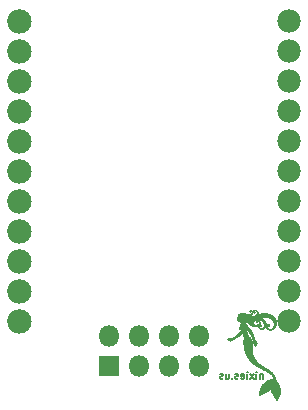
<source format=gbs>
%TF.GenerationSoftware,KiCad,Pcbnew,4.0.6*%
%TF.CreationDate,2017-10-26T23:28:33-04:00*%
%TF.ProjectId,ESP8285Lite,455350383238354C6974652E6B696361,rev?*%
%TF.FileFunction,Soldermask,Bot*%
%FSLAX46Y46*%
G04 Gerber Fmt 4.6, Leading zero omitted, Abs format (unit mm)*
G04 Created by KiCad (PCBNEW 4.0.6) date 10/26/17 23:28:33*
%MOMM*%
%LPD*%
G01*
G04 APERTURE LIST*
%ADD10C,0.127000*%
%ADD11C,0.150000*%
%ADD12C,0.010000*%
%ADD13C,1.979600*%
%ADD14R,1.800000X1.800000*%
%ADD15O,1.800000X1.800000*%
G04 APERTURE END LIST*
D10*
D11*
X152690285Y-116203429D02*
X152690285Y-116603429D01*
X152690285Y-116260571D02*
X152661713Y-116232000D01*
X152604571Y-116203429D01*
X152518856Y-116203429D01*
X152461713Y-116232000D01*
X152433142Y-116289143D01*
X152433142Y-116603429D01*
X152147428Y-116603429D02*
X152147428Y-116203429D01*
X152147428Y-116003429D02*
X152175999Y-116032000D01*
X152147428Y-116060571D01*
X152118856Y-116032000D01*
X152147428Y-116003429D01*
X152147428Y-116060571D01*
X151918857Y-116603429D02*
X151604571Y-116203429D01*
X151918857Y-116203429D02*
X151604571Y-116603429D01*
X151376000Y-116603429D02*
X151376000Y-116203429D01*
X151376000Y-116003429D02*
X151404571Y-116032000D01*
X151376000Y-116060571D01*
X151347428Y-116032000D01*
X151376000Y-116003429D01*
X151376000Y-116060571D01*
X150861714Y-116574857D02*
X150918857Y-116603429D01*
X151033143Y-116603429D01*
X151090286Y-116574857D01*
X151118857Y-116517714D01*
X151118857Y-116289143D01*
X151090286Y-116232000D01*
X151033143Y-116203429D01*
X150918857Y-116203429D01*
X150861714Y-116232000D01*
X150833143Y-116289143D01*
X150833143Y-116346286D01*
X151118857Y-116403429D01*
X150604571Y-116574857D02*
X150547428Y-116603429D01*
X150433143Y-116603429D01*
X150376000Y-116574857D01*
X150347428Y-116517714D01*
X150347428Y-116489143D01*
X150376000Y-116432000D01*
X150433143Y-116403429D01*
X150518857Y-116403429D01*
X150576000Y-116374857D01*
X150604571Y-116317714D01*
X150604571Y-116289143D01*
X150576000Y-116232000D01*
X150518857Y-116203429D01*
X150433143Y-116203429D01*
X150376000Y-116232000D01*
X150090286Y-116546286D02*
X150061714Y-116574857D01*
X150090286Y-116603429D01*
X150118857Y-116574857D01*
X150090286Y-116546286D01*
X150090286Y-116603429D01*
X149547429Y-116203429D02*
X149547429Y-116603429D01*
X149804572Y-116203429D02*
X149804572Y-116517714D01*
X149776000Y-116574857D01*
X149718858Y-116603429D01*
X149633143Y-116603429D01*
X149576000Y-116574857D01*
X149547429Y-116546286D01*
X149290286Y-116574857D02*
X149233143Y-116603429D01*
X149118858Y-116603429D01*
X149061715Y-116574857D01*
X149033143Y-116517714D01*
X149033143Y-116489143D01*
X149061715Y-116432000D01*
X149118858Y-116403429D01*
X149204572Y-116403429D01*
X149261715Y-116374857D01*
X149290286Y-116317714D01*
X149290286Y-116289143D01*
X149261715Y-116232000D01*
X149204572Y-116203429D01*
X149118858Y-116203429D01*
X149061715Y-116232000D01*
D10*
X133032500Y-86360000D02*
G75*
G03X133032500Y-86360000I-952500J0D01*
G01*
X133032500Y-88900000D02*
G75*
G03X133032500Y-88900000I-952500J0D01*
G01*
X133032500Y-91440000D02*
G75*
G03X133032500Y-91440000I-952500J0D01*
G01*
X133032500Y-93980000D02*
G75*
G03X133032500Y-93980000I-952500J0D01*
G01*
X133032500Y-96520000D02*
G75*
G03X133032500Y-96520000I-952500J0D01*
G01*
X133032500Y-99060000D02*
G75*
G03X133032500Y-99060000I-952500J0D01*
G01*
X133032500Y-101600000D02*
G75*
G03X133032500Y-101600000I-952500J0D01*
G01*
X133032500Y-104140000D02*
G75*
G03X133032500Y-104140000I-952500J0D01*
G01*
X133032500Y-106680000D02*
G75*
G03X133032500Y-106680000I-952500J0D01*
G01*
X133032500Y-109220000D02*
G75*
G03X133032500Y-109220000I-952500J0D01*
G01*
X133032500Y-111760000D02*
G75*
G03X133032500Y-111760000I-952500J0D01*
G01*
D12*
G36*
X152002189Y-110780464D02*
X151983508Y-110782415D01*
X151979313Y-110783259D01*
X151939583Y-110796756D01*
X151907676Y-110816225D01*
X151894168Y-110828487D01*
X151876323Y-110849401D01*
X151865839Y-110869388D01*
X151861070Y-110892553D01*
X151860250Y-110913030D01*
X151860942Y-110934070D01*
X151863876Y-110949251D01*
X151870346Y-110963252D01*
X151877062Y-110973941D01*
X151896859Y-110996234D01*
X151920002Y-111009744D01*
X151944859Y-111014038D01*
X151969801Y-111008687D01*
X151982499Y-111001790D01*
X151993432Y-110993237D01*
X151999094Y-110983974D01*
X152001551Y-110969847D01*
X152002068Y-110962430D01*
X152002352Y-110945523D01*
X152000096Y-110935867D01*
X151994413Y-110930257D01*
X151992916Y-110929408D01*
X151979535Y-110926216D01*
X151968559Y-110927078D01*
X151959033Y-110931119D01*
X151957081Y-110938877D01*
X151958177Y-110945223D01*
X151958711Y-110957847D01*
X151954094Y-110963099D01*
X151945922Y-110961765D01*
X151935789Y-110954631D01*
X151925287Y-110942480D01*
X151916011Y-110926100D01*
X151915104Y-110924003D01*
X151910582Y-110910635D01*
X151910713Y-110899300D01*
X151915533Y-110884315D01*
X151931357Y-110855141D01*
X151954748Y-110832074D01*
X151968836Y-110822784D01*
X151982084Y-110816198D01*
X151996252Y-110812377D01*
X152014866Y-110810635D01*
X152033288Y-110810284D01*
X152059147Y-110811089D01*
X152076394Y-110813606D01*
X152083294Y-110816760D01*
X152092648Y-110822561D01*
X152096728Y-110823374D01*
X152107165Y-110827395D01*
X152121163Y-110837935D01*
X152136406Y-110852709D01*
X152150579Y-110869436D01*
X152161367Y-110885831D01*
X152162717Y-110888458D01*
X152170883Y-110905288D01*
X152178332Y-110920749D01*
X152182088Y-110933889D01*
X152184384Y-110955133D01*
X152185310Y-110985486D01*
X152185318Y-111000124D01*
X152185026Y-111027500D01*
X152184145Y-111047285D01*
X152182111Y-111062471D01*
X152178359Y-111076051D01*
X152172324Y-111091017D01*
X152165250Y-111106479D01*
X152140753Y-111148765D01*
X152109300Y-111184730D01*
X152070325Y-111214760D01*
X152023264Y-111239241D01*
X151967553Y-111258559D01*
X151929042Y-111267980D01*
X151899634Y-111271773D01*
X151862805Y-111272737D01*
X151821281Y-111271054D01*
X151777788Y-111266910D01*
X151735049Y-111260487D01*
X151697313Y-111252362D01*
X151676845Y-111246139D01*
X151658151Y-111238737D01*
X151642722Y-111231055D01*
X151632047Y-111223994D01*
X151627615Y-111218453D01*
X151630918Y-111215333D01*
X151635403Y-111214958D01*
X151645351Y-111211781D01*
X151661167Y-111203266D01*
X151680665Y-111190940D01*
X151701656Y-111176327D01*
X151721953Y-111160954D01*
X151739368Y-111146345D01*
X151751714Y-111134027D01*
X151752080Y-111133593D01*
X151772173Y-111107836D01*
X151786775Y-111084162D01*
X151797111Y-111059537D01*
X151804403Y-111030929D01*
X151809873Y-110995306D01*
X151810731Y-110988151D01*
X151810775Y-110954481D01*
X151804304Y-110918561D01*
X151792392Y-110883731D01*
X151776115Y-110853334D01*
X151761645Y-110835413D01*
X151734288Y-110814754D01*
X151702549Y-110801678D01*
X151668674Y-110796291D01*
X151634911Y-110798696D01*
X151603505Y-110808997D01*
X151577146Y-110826884D01*
X151562257Y-110845011D01*
X151554842Y-110866267D01*
X151553334Y-110886426D01*
X151554530Y-110904322D01*
X151559582Y-110917321D01*
X151570690Y-110930981D01*
X151571157Y-110931477D01*
X151586338Y-110944720D01*
X151600474Y-110950050D01*
X151605552Y-110950375D01*
X151624092Y-110945731D01*
X151637435Y-110933353D01*
X151643218Y-110915569D01*
X151643292Y-110913167D01*
X151640195Y-110898928D01*
X151632311Y-110893185D01*
X151621753Y-110896762D01*
X151615980Y-110902490D01*
X151607881Y-110910424D01*
X151601297Y-110910170D01*
X151598283Y-110908016D01*
X151592309Y-110897091D01*
X151590691Y-110880475D01*
X151593458Y-110862137D01*
X151597862Y-110850706D01*
X151608291Y-110837327D01*
X151619844Y-110828479D01*
X151637958Y-110822964D01*
X151660943Y-110821402D01*
X151683868Y-110823756D01*
X151700095Y-110829051D01*
X151720631Y-110842591D01*
X151740039Y-110860328D01*
X151754516Y-110878644D01*
X151757130Y-110883307D01*
X151760893Y-110895698D01*
X151763492Y-110913535D01*
X151764845Y-110933782D01*
X151764872Y-110953400D01*
X151763490Y-110969352D01*
X151760619Y-110978600D01*
X151759709Y-110979479D01*
X151755613Y-110986773D01*
X151754417Y-110995666D01*
X151752566Y-111005460D01*
X151749125Y-111008583D01*
X151744044Y-111012656D01*
X151743834Y-111014228D01*
X151740631Y-111021995D01*
X151732349Y-111034875D01*
X151720978Y-111050106D01*
X151708508Y-111064926D01*
X151703309Y-111070479D01*
X151686192Y-111084819D01*
X151662034Y-111100914D01*
X151633808Y-111117102D01*
X151604490Y-111131722D01*
X151577055Y-111143114D01*
X151567437Y-111146344D01*
X151505492Y-111161470D01*
X151446992Y-111167341D01*
X151390500Y-111163784D01*
X151334577Y-111150624D01*
X151277784Y-111127690D01*
X151238480Y-111106741D01*
X151201648Y-111085960D01*
X151170875Y-111070442D01*
X151143499Y-111059448D01*
X151116861Y-111052241D01*
X151088300Y-111048083D01*
X151055157Y-111046236D01*
X151019238Y-111045940D01*
X150989171Y-111046404D01*
X150960525Y-111047457D01*
X150936110Y-111048953D01*
X150918732Y-111050750D01*
X150915688Y-111051254D01*
X150894749Y-111055057D01*
X150870434Y-111059261D01*
X150857480Y-111061412D01*
X150835563Y-111065282D01*
X150813891Y-111069593D01*
X150803240Y-111071974D01*
X150776466Y-111078426D01*
X150757732Y-111083019D01*
X150744780Y-111086335D01*
X150735351Y-111088956D01*
X150727190Y-111091466D01*
X150725188Y-111092110D01*
X150688946Y-111106827D01*
X150656387Y-111125783D01*
X150628876Y-111147716D01*
X150607778Y-111171364D01*
X150594460Y-111195464D01*
X150590251Y-111216913D01*
X150588035Y-111236040D01*
X150582068Y-111260707D01*
X150573366Y-111287004D01*
X150569400Y-111296979D01*
X150558972Y-111330079D01*
X150553656Y-111365111D01*
X150553299Y-111380817D01*
X150553794Y-111401551D01*
X150553378Y-111413682D01*
X150551495Y-111419185D01*
X150547589Y-111420034D01*
X150542625Y-111418687D01*
X150533754Y-111417437D01*
X150533454Y-111421683D01*
X150541621Y-111430859D01*
X150545503Y-111434314D01*
X150554432Y-111443708D01*
X150555871Y-111452493D01*
X150553594Y-111460006D01*
X150546002Y-111471562D01*
X150533154Y-111484150D01*
X150527105Y-111488743D01*
X150511408Y-111502558D01*
X150505947Y-111515959D01*
X150510688Y-111530104D01*
X150525428Y-111546003D01*
X150537046Y-111557121D01*
X150541129Y-111564375D01*
X150538852Y-111569908D01*
X150538657Y-111570111D01*
X150534110Y-111580627D01*
X150532288Y-111597415D01*
X150533229Y-111616510D01*
X150536973Y-111633949D01*
X150537993Y-111636719D01*
X150550958Y-111670822D01*
X150559223Y-111697240D01*
X150563236Y-111717532D01*
X150563792Y-111726694D01*
X150567365Y-111741911D01*
X150578344Y-111752776D01*
X150585256Y-111756686D01*
X150593722Y-111759339D01*
X150605670Y-111760915D01*
X150623029Y-111761590D01*
X150647727Y-111761543D01*
X150669625Y-111761191D01*
X150700270Y-111760745D01*
X150722341Y-111760888D01*
X150737843Y-111761814D01*
X150748779Y-111763721D01*
X150757151Y-111766804D01*
X150763553Y-111770374D01*
X150774732Y-111779225D01*
X150780526Y-111787595D01*
X150780750Y-111789026D01*
X150783137Y-111796124D01*
X150785195Y-111797041D01*
X150789799Y-111801902D01*
X150795084Y-111814908D01*
X150800497Y-111833692D01*
X150805485Y-111855888D01*
X150809494Y-111879129D01*
X150811972Y-111901049D01*
X150812500Y-111913868D01*
X150811126Y-111939797D01*
X150807411Y-111971477D01*
X150801968Y-112004496D01*
X150796224Y-112031197D01*
X150783339Y-112080957D01*
X150771668Y-112120685D01*
X150761071Y-112150844D01*
X150759707Y-112154229D01*
X150754987Y-112166487D01*
X150749364Y-112182045D01*
X150748914Y-112183333D01*
X150740279Y-112206191D01*
X150729093Y-112231979D01*
X150714112Y-112263537D01*
X150710622Y-112270645D01*
X150701037Y-112294957D01*
X150695298Y-112319776D01*
X150693652Y-112342452D01*
X150696348Y-112360340D01*
X150701439Y-112369091D01*
X150711814Y-112377984D01*
X150726147Y-112388926D01*
X150741745Y-112400032D01*
X150755913Y-112409419D01*
X150765956Y-112415203D01*
X150768768Y-112416166D01*
X150776614Y-112419990D01*
X150787792Y-112429534D01*
X150799481Y-112441910D01*
X150808860Y-112454227D01*
X150812387Y-112460846D01*
X150814782Y-112480707D01*
X150808541Y-112505658D01*
X150807315Y-112508770D01*
X150798207Y-112530209D01*
X150786870Y-112555457D01*
X150774235Y-112582597D01*
X150761234Y-112609716D01*
X150748798Y-112634900D01*
X150737858Y-112656233D01*
X150729347Y-112671802D01*
X150724196Y-112679692D01*
X150724089Y-112679805D01*
X150718263Y-112687574D01*
X150717250Y-112690589D01*
X150713298Y-112698046D01*
X150702578Y-112710274D01*
X150686794Y-112725704D01*
X150667649Y-112742765D01*
X150646849Y-112759887D01*
X150626097Y-112775499D01*
X150622000Y-112778372D01*
X150606519Y-112789526D01*
X150586178Y-112804821D01*
X150562749Y-112822853D01*
X150538006Y-112842217D01*
X150513723Y-112861511D01*
X150491673Y-112879331D01*
X150473630Y-112894272D01*
X150461367Y-112904932D01*
X150457959Y-112908215D01*
X150452469Y-112912739D01*
X150441441Y-112921154D01*
X150434146Y-112926570D01*
X150419926Y-112937521D01*
X150408358Y-112947268D01*
X150405042Y-112950437D01*
X150397834Y-112956681D01*
X150383970Y-112967674D01*
X150365375Y-112981970D01*
X150343971Y-112998119D01*
X150321683Y-113014674D01*
X150300434Y-113030186D01*
X150282146Y-113043207D01*
X150278042Y-113046056D01*
X150263580Y-113056578D01*
X150251266Y-113066441D01*
X150249328Y-113068160D01*
X150237665Y-113076649D01*
X150229484Y-113080566D01*
X150221451Y-113084883D01*
X150219834Y-113087577D01*
X150215412Y-113091865D01*
X150204465Y-113097497D01*
X150201313Y-113098791D01*
X150189338Y-113104407D01*
X150183063Y-113109138D01*
X150182792Y-113109900D01*
X150178221Y-113113499D01*
X150166148Y-113119475D01*
X150149033Y-113126630D01*
X150146176Y-113127733D01*
X150130060Y-113133576D01*
X150116196Y-113137438D01*
X150101802Y-113139643D01*
X150084093Y-113140517D01*
X150060286Y-113140385D01*
X150041666Y-113139952D01*
X150007523Y-113138334D01*
X149968409Y-113135348D01*
X149929779Y-113131461D01*
X149904274Y-113128215D01*
X149874120Y-113124110D01*
X149851490Y-113121744D01*
X149833480Y-113121036D01*
X149817188Y-113121905D01*
X149799712Y-113124269D01*
X149794472Y-113125144D01*
X149773596Y-113129139D01*
X149761253Y-113132848D01*
X149755448Y-113137098D01*
X149754167Y-113141873D01*
X149755492Y-113147283D01*
X149761014Y-113150268D01*
X149773056Y-113151509D01*
X149787591Y-113151708D01*
X149811236Y-113152697D01*
X149836762Y-113155337D01*
X149860967Y-113159134D01*
X149880645Y-113163596D01*
X149891750Y-113167724D01*
X149895696Y-113170566D01*
X149895171Y-113172943D01*
X149888836Y-113175248D01*
X149875348Y-113177875D01*
X149853366Y-113181220D01*
X149838834Y-113183275D01*
X149810253Y-113187714D01*
X149788017Y-113192508D01*
X149767913Y-113198774D01*
X149745730Y-113207630D01*
X149743584Y-113208551D01*
X149727121Y-113216942D01*
X149711127Y-113227191D01*
X149698280Y-113237332D01*
X149691255Y-113245398D01*
X149690667Y-113247409D01*
X149695257Y-113249665D01*
X149706719Y-113249989D01*
X149721598Y-113248748D01*
X149736434Y-113246306D01*
X149747771Y-113243030D01*
X149751257Y-113241009D01*
X149760325Y-113237170D01*
X149767396Y-113236374D01*
X149779183Y-113233828D01*
X149784214Y-113230669D01*
X149793239Y-113227154D01*
X149805116Y-113227016D01*
X149814864Y-113228781D01*
X149814971Y-113230871D01*
X149809730Y-113233201D01*
X149782940Y-113243871D01*
X149763890Y-113252106D01*
X149750357Y-113259036D01*
X149740115Y-113265791D01*
X149731678Y-113272831D01*
X149722147Y-113282500D01*
X149717285Y-113289501D01*
X149717125Y-113290281D01*
X149721546Y-113294413D01*
X149733902Y-113293775D01*
X149752838Y-113288662D01*
X149776995Y-113279369D01*
X149786222Y-113275280D01*
X149808138Y-113266062D01*
X149823774Y-113261093D01*
X149832327Y-113260407D01*
X149832989Y-113264041D01*
X149824956Y-113272030D01*
X149822880Y-113273660D01*
X149811763Y-113280859D01*
X149803681Y-113283882D01*
X149797199Y-113288286D01*
X149792124Y-113297676D01*
X149791209Y-113302953D01*
X149795484Y-113305698D01*
X149806495Y-113304608D01*
X149821518Y-113300592D01*
X149837829Y-113294564D01*
X149852704Y-113287434D01*
X149863420Y-113280113D01*
X149865292Y-113278167D01*
X149872298Y-113273712D01*
X149886313Y-113267211D01*
X149904305Y-113259963D01*
X149923244Y-113253268D01*
X149923876Y-113253063D01*
X149940310Y-113249539D01*
X149961226Y-113247333D01*
X149972688Y-113246958D01*
X149990097Y-113247442D01*
X150000193Y-113249747D01*
X150006232Y-113255147D01*
X150009817Y-113261510D01*
X150013713Y-113275215D01*
X150010421Y-113288126D01*
X149999098Y-113301557D01*
X149978899Y-113316821D01*
X149970986Y-113321952D01*
X149949648Y-113335827D01*
X149935672Y-113346278D01*
X149927242Y-113355152D01*
X149922541Y-113364294D01*
X149920122Y-113373651D01*
X149919225Y-113385878D01*
X149923479Y-113390373D01*
X149924162Y-113390460D01*
X149941877Y-113388995D01*
X149954337Y-113380919D01*
X149964709Y-113373543D01*
X149982321Y-113363954D01*
X150004427Y-113353450D01*
X150028283Y-113343329D01*
X150051143Y-113334886D01*
X150053146Y-113334224D01*
X150090899Y-113320391D01*
X150120693Y-113305619D01*
X150145130Y-113288270D01*
X150166811Y-113266706D01*
X150174092Y-113258030D01*
X150189780Y-113239684D01*
X150205395Y-113223207D01*
X150218180Y-113211458D01*
X150221008Y-113209314D01*
X150232691Y-113200787D01*
X150240164Y-113194654D01*
X150241000Y-113193764D01*
X150247776Y-113188394D01*
X150262070Y-113179206D01*
X150282015Y-113167271D01*
X150305741Y-113153657D01*
X150331381Y-113139435D01*
X150357064Y-113125674D01*
X150380924Y-113113443D01*
X150383875Y-113111981D01*
X150431447Y-113088160D01*
X150472717Y-113066604D01*
X150511143Y-113045480D01*
X150537334Y-113030470D01*
X150554138Y-113021064D01*
X150568352Y-113013752D01*
X150575698Y-113010571D01*
X150583518Y-113005882D01*
X150584959Y-113002924D01*
X150589054Y-112998438D01*
X150590650Y-112998250D01*
X150597545Y-112995632D01*
X150611537Y-112988481D01*
X150630735Y-112977849D01*
X150653247Y-112964788D01*
X150677181Y-112950350D01*
X150680919Y-112948043D01*
X150690162Y-112942374D01*
X150704644Y-112933548D01*
X150715314Y-112927066D01*
X150729817Y-112918051D01*
X150740287Y-112911140D01*
X150743709Y-112908515D01*
X150749184Y-112903883D01*
X150760182Y-112895350D01*
X150767521Y-112889830D01*
X150784944Y-112876726D01*
X150798314Y-112866119D01*
X150810351Y-112855609D01*
X150823778Y-112842794D01*
X150841316Y-112825275D01*
X150845573Y-112820979D01*
X150864309Y-112800797D01*
X150882527Y-112779042D01*
X150897174Y-112759426D01*
X150901043Y-112753510D01*
X150911542Y-112738121D01*
X150920904Y-112727179D01*
X150927023Y-112723083D01*
X150933582Y-112725431D01*
X150934215Y-112727052D01*
X150937373Y-112733283D01*
X150945182Y-112743706D01*
X150947444Y-112746395D01*
X150955976Y-112757141D01*
X150960465Y-112764402D01*
X150960667Y-112765241D01*
X150963884Y-112771320D01*
X150970153Y-112778970D01*
X150980642Y-112793656D01*
X150992879Y-112816009D01*
X151005784Y-112843494D01*
X151018280Y-112873579D01*
X151029286Y-112903732D01*
X151037725Y-112931419D01*
X151041014Y-112945333D01*
X151050028Y-112991638D01*
X151056672Y-113030635D01*
X151061210Y-113065265D01*
X151063907Y-113098470D01*
X151065028Y-113133191D01*
X151064838Y-113172370D01*
X151064126Y-113201979D01*
X151063044Y-113235664D01*
X151061846Y-113266856D01*
X151060623Y-113293578D01*
X151059466Y-113313856D01*
X151058466Y-113325716D01*
X151058383Y-113326333D01*
X151057571Y-113336446D01*
X151056642Y-113355553D01*
X151055650Y-113382061D01*
X151054647Y-113414383D01*
X151053690Y-113450929D01*
X151052830Y-113490109D01*
X151052824Y-113490375D01*
X151052012Y-113537421D01*
X151051686Y-113576221D01*
X151051925Y-113609100D01*
X151052810Y-113638388D01*
X151054421Y-113666413D01*
X151056836Y-113695502D01*
X151060137Y-113727983D01*
X151061350Y-113739083D01*
X151067916Y-113797180D01*
X151073824Y-113846321D01*
X151079318Y-113888097D01*
X151084644Y-113924098D01*
X151090044Y-113955912D01*
X151095765Y-113985130D01*
X151102051Y-114013340D01*
X151106115Y-114030125D01*
X151112206Y-114055338D01*
X151117587Y-114078871D01*
X151121538Y-114097511D01*
X151123027Y-114105660D01*
X151126144Y-114119292D01*
X151129915Y-114127719D01*
X151130715Y-114128462D01*
X151134408Y-114135445D01*
X151135331Y-114142885D01*
X151136972Y-114152617D01*
X151141365Y-114169640D01*
X151147774Y-114191254D01*
X151152972Y-114207395D01*
X151161233Y-114232466D01*
X151169040Y-114256565D01*
X151175261Y-114276181D01*
X151177698Y-114284125D01*
X151182622Y-114299470D01*
X151186809Y-114310658D01*
X151188058Y-114313229D01*
X151191664Y-114321304D01*
X151196705Y-114334980D01*
X151198298Y-114339687D01*
X151205050Y-114358724D01*
X151212331Y-114377375D01*
X151213170Y-114379375D01*
X151220028Y-114395679D01*
X151226056Y-114410260D01*
X151226407Y-114411125D01*
X151232351Y-114424893D01*
X151236451Y-114433542D01*
X151240426Y-114443937D01*
X151241125Y-114448158D01*
X151243361Y-114454816D01*
X151249572Y-114469404D01*
X151259018Y-114490378D01*
X151270958Y-114516194D01*
X151284651Y-114545309D01*
X151299356Y-114576178D01*
X151314332Y-114607257D01*
X151328838Y-114637002D01*
X151342133Y-114663870D01*
X151353477Y-114686316D01*
X151362127Y-114702797D01*
X151367344Y-114711769D01*
X151368112Y-114712750D01*
X151371960Y-114718585D01*
X151378861Y-114730579D01*
X151383585Y-114739208D01*
X151396333Y-114761639D01*
X151413191Y-114789506D01*
X151432705Y-114820573D01*
X151453419Y-114852607D01*
X151473879Y-114883373D01*
X151492630Y-114910639D01*
X151508216Y-114932168D01*
X151514536Y-114940291D01*
X151520180Y-114947433D01*
X151530780Y-114960992D01*
X151544812Y-114979014D01*
X151560577Y-114999321D01*
X151632732Y-115085586D01*
X151713677Y-115169902D01*
X151801618Y-115250433D01*
X151825862Y-115270902D01*
X151841236Y-115283736D01*
X151853272Y-115293925D01*
X151859788Y-115299619D01*
X151860250Y-115300070D01*
X151865360Y-115304212D01*
X151877095Y-115313190D01*
X151893559Y-115325566D01*
X151907875Y-115336215D01*
X151927497Y-115350811D01*
X151944654Y-115363688D01*
X151957097Y-115373151D01*
X151961766Y-115376811D01*
X151972652Y-115384914D01*
X151985578Y-115393659D01*
X151999571Y-115403492D01*
X152010738Y-115412530D01*
X152020150Y-115419562D01*
X152025772Y-115421833D01*
X152032177Y-115425028D01*
X152043494Y-115433231D01*
X152052185Y-115440354D01*
X152065046Y-115450711D01*
X152074853Y-115457433D01*
X152078243Y-115458875D01*
X152084136Y-115461527D01*
X152095973Y-115468300D01*
X152110910Y-115477419D01*
X152126104Y-115487106D01*
X152138711Y-115495585D01*
X152145887Y-115501081D01*
X152146000Y-115501193D01*
X152152129Y-115505521D01*
X152161875Y-115511378D01*
X152171011Y-115516765D01*
X152187175Y-115526485D01*
X152208376Y-115539333D01*
X152232623Y-115554104D01*
X152242801Y-115560326D01*
X152266553Y-115574777D01*
X152286952Y-115587032D01*
X152302378Y-115596130D01*
X152311207Y-115601106D01*
X152312632Y-115601750D01*
X152317902Y-115604229D01*
X152329818Y-115610768D01*
X152345931Y-115620017D01*
X152347991Y-115621222D01*
X152375603Y-115637148D01*
X152405048Y-115653703D01*
X152433493Y-115669327D01*
X152458106Y-115682464D01*
X152474084Y-115690599D01*
X152486632Y-115697090D01*
X152494484Y-115701821D01*
X152495250Y-115702468D01*
X152500786Y-115705903D01*
X152513692Y-115712989D01*
X152531891Y-115722607D01*
X152548167Y-115731013D01*
X152597322Y-115756179D01*
X152641845Y-115779001D01*
X152680951Y-115799075D01*
X152713854Y-115815998D01*
X152739769Y-115829365D01*
X152757910Y-115838772D01*
X152767492Y-115843816D01*
X152767968Y-115844075D01*
X152777048Y-115848813D01*
X152792987Y-115856904D01*
X152813153Y-115867017D01*
X152825980Y-115873400D01*
X152900231Y-115910750D01*
X152965520Y-115944707D01*
X153022734Y-115975745D01*
X153072760Y-116004342D01*
X153095855Y-116018177D01*
X153109458Y-116025801D01*
X153117021Y-116029597D01*
X153124412Y-116033911D01*
X153138579Y-116042876D01*
X153157874Y-116055392D01*
X153180647Y-116070359D01*
X153205250Y-116086677D01*
X153230035Y-116103246D01*
X153253352Y-116118966D01*
X153273552Y-116132737D01*
X153288988Y-116143460D01*
X153298009Y-116150033D01*
X153299584Y-116151400D01*
X153304830Y-116156217D01*
X153315881Y-116165472D01*
X153328688Y-116175833D01*
X153388914Y-116229393D01*
X153440218Y-116286685D01*
X153482288Y-116347180D01*
X153514811Y-116410346D01*
X153537476Y-116475651D01*
X153549971Y-116542566D01*
X153551115Y-116554720D01*
X153552533Y-116575291D01*
X153552389Y-116588010D01*
X153550178Y-116595555D01*
X153545396Y-116600606D01*
X153542028Y-116602937D01*
X153527982Y-116609507D01*
X153511365Y-116614056D01*
X153511229Y-116614079D01*
X153471691Y-116621475D01*
X153437964Y-116629738D01*
X153413355Y-116637271D01*
X153391487Y-116644356D01*
X153365337Y-116652616D01*
X153341917Y-116659850D01*
X153321468Y-116666199D01*
X153303909Y-116671877D01*
X153292608Y-116675790D01*
X153291646Y-116676164D01*
X153281724Y-116679949D01*
X153265121Y-116686103D01*
X153245116Y-116693411D01*
X153241375Y-116694766D01*
X153222039Y-116702094D01*
X153206481Y-116708598D01*
X153197496Y-116713093D01*
X153196661Y-116713711D01*
X153187071Y-116717984D01*
X153183987Y-116718291D01*
X153175849Y-116720561D01*
X153160251Y-116726762D01*
X153139145Y-116735983D01*
X153114482Y-116747313D01*
X153088213Y-116759840D01*
X153062289Y-116772653D01*
X153038661Y-116784841D01*
X153021771Y-116794067D01*
X152998183Y-116807619D01*
X152973406Y-116822128D01*
X152949964Y-116836090D01*
X152930386Y-116847997D01*
X152917196Y-116856344D01*
X152916227Y-116856991D01*
X152864370Y-116894492D01*
X152811658Y-116937257D01*
X152760528Y-116983070D01*
X152713416Y-117029712D01*
X152672759Y-117074968D01*
X152661579Y-117088708D01*
X152647634Y-117106018D01*
X152635971Y-117119902D01*
X152628232Y-117128434D01*
X152626219Y-117130159D01*
X152622295Y-117136213D01*
X152622250Y-117136995D01*
X152618953Y-117144170D01*
X152611419Y-117153694D01*
X152603795Y-117163595D01*
X152592492Y-117180331D01*
X152578985Y-117201494D01*
X152564751Y-117224677D01*
X152551266Y-117247472D01*
X152540004Y-117267471D01*
X152532442Y-117282265D01*
X152531956Y-117283342D01*
X152525925Y-117294667D01*
X152520953Y-117300251D01*
X152520417Y-117300375D01*
X152516764Y-117304622D01*
X152516417Y-117307524D01*
X152514063Y-117316010D01*
X152508037Y-117329934D01*
X152503188Y-117339554D01*
X152495676Y-117354966D01*
X152490883Y-117367270D01*
X152489959Y-117371651D01*
X152487504Y-117379410D01*
X152485990Y-117380631D01*
X152482351Y-117386354D01*
X152476475Y-117400051D01*
X152469118Y-117419545D01*
X152461034Y-117442659D01*
X152452976Y-117467215D01*
X152445700Y-117491036D01*
X152439958Y-117511944D01*
X152438645Y-117517333D01*
X152433816Y-117536772D01*
X152429227Y-117553259D01*
X152426210Y-117562312D01*
X152422349Y-117574934D01*
X152419065Y-117590847D01*
X152418977Y-117591416D01*
X152416973Y-117603953D01*
X152413675Y-117624065D01*
X152409554Y-117648892D01*
X152405442Y-117673437D01*
X152401507Y-117699522D01*
X152398552Y-117726135D01*
X152396442Y-117755460D01*
X152395041Y-117789680D01*
X152394217Y-117830977D01*
X152393941Y-117860237D01*
X152393907Y-117895428D01*
X152394253Y-117927114D01*
X152394932Y-117953753D01*
X152395895Y-117973800D01*
X152397095Y-117985711D01*
X152397888Y-117988290D01*
X152404103Y-117987466D01*
X152417593Y-117981213D01*
X152437010Y-117970235D01*
X152460209Y-117955752D01*
X152502878Y-117928892D01*
X152545415Y-117903850D01*
X152590041Y-117879433D01*
X152638976Y-117854450D01*
X152694440Y-117827710D01*
X152728084Y-117812031D01*
X152763498Y-117795758D01*
X152792275Y-117782687D01*
X152813644Y-117773160D01*
X152826839Y-117767522D01*
X152831017Y-117766041D01*
X152836473Y-117764007D01*
X152849202Y-117758577D01*
X152866855Y-117750764D01*
X152874541Y-117747302D01*
X152894860Y-117738131D01*
X152912504Y-117730218D01*
X152924456Y-117724914D01*
X152926521Y-117724016D01*
X152937356Y-117719316D01*
X152953412Y-117712299D01*
X152963563Y-117707846D01*
X152995212Y-117694021D01*
X153018364Y-117684101D01*
X153034151Y-117677604D01*
X153037646Y-117676240D01*
X153053695Y-117669354D01*
X153076193Y-117658752D01*
X153102338Y-117645857D01*
X153129325Y-117632089D01*
X153154352Y-117618868D01*
X153174614Y-117607616D01*
X153183167Y-117602495D01*
X153199640Y-117590718D01*
X153218817Y-117574816D01*
X153239061Y-117556427D01*
X153258737Y-117537188D01*
X153276209Y-117518736D01*
X153289840Y-117502708D01*
X153297994Y-117490743D01*
X153299584Y-117485984D01*
X153303494Y-117479639D01*
X153303991Y-117479409D01*
X153309019Y-117474200D01*
X153317403Y-117462700D01*
X153327276Y-117447826D01*
X153336775Y-117432494D01*
X153344035Y-117419619D01*
X153347190Y-117412117D01*
X153347209Y-117411838D01*
X153351000Y-117405529D01*
X153351427Y-117405326D01*
X153356013Y-117399910D01*
X153363025Y-117388059D01*
X153367297Y-117379750D01*
X153373863Y-117367311D01*
X153378169Y-117361024D01*
X153379124Y-117361229D01*
X153379267Y-117368002D01*
X153379556Y-117383563D01*
X153379961Y-117406114D01*
X153380448Y-117433861D01*
X153380930Y-117461770D01*
X153382484Y-117513059D01*
X153385614Y-117556125D01*
X153390909Y-117593285D01*
X153398955Y-117626855D01*
X153410341Y-117659149D01*
X153425655Y-117692482D01*
X153445484Y-117729172D01*
X153451473Y-117739583D01*
X153460516Y-117754851D01*
X153473792Y-117776887D01*
X153489945Y-117803473D01*
X153507616Y-117832392D01*
X153525447Y-117861427D01*
X153542079Y-117888361D01*
X153556156Y-117910975D01*
X153565782Y-117926217D01*
X153575574Y-117941882D01*
X153582588Y-117953817D01*
X153585333Y-117959482D01*
X153585334Y-117959513D01*
X153588332Y-117965428D01*
X153590875Y-117968671D01*
X153597955Y-117978037D01*
X153607360Y-117991955D01*
X153617309Y-118007578D01*
X153626021Y-118022061D01*
X153631717Y-118032559D01*
X153632959Y-118035937D01*
X153636841Y-118042012D01*
X153637012Y-118042090D01*
X153641670Y-118047360D01*
X153649600Y-118059128D01*
X153659113Y-118074543D01*
X153668522Y-118090754D01*
X153676137Y-118104911D01*
X153680271Y-118114162D01*
X153680584Y-118115670D01*
X153683830Y-118120534D01*
X153684553Y-118120624D01*
X153689608Y-118124852D01*
X153694270Y-118132530D01*
X153698700Y-118141499D01*
X153706831Y-118157801D01*
X153717602Y-118179313D01*
X153729953Y-118203918D01*
X153733283Y-118210541D01*
X153747714Y-118239357D01*
X153758369Y-118261018D01*
X153766301Y-118277791D01*
X153772561Y-118291940D01*
X153778201Y-118305728D01*
X153781834Y-118315052D01*
X153787776Y-118330191D01*
X153791260Y-118338864D01*
X153795532Y-118350565D01*
X153801292Y-118367799D01*
X153805124Y-118379875D01*
X153813107Y-118404123D01*
X153819605Y-118418974D01*
X153825629Y-118425317D01*
X153832196Y-118424039D01*
X153840317Y-118416026D01*
X153842851Y-118412896D01*
X153853996Y-118399041D01*
X153864018Y-118386935D01*
X153879304Y-118368747D01*
X153890524Y-118354890D01*
X153900557Y-118341711D01*
X153911096Y-118327209D01*
X153920907Y-118312672D01*
X153927513Y-118301198D01*
X153929292Y-118296340D01*
X153932744Y-118289549D01*
X153933700Y-118289034D01*
X153939879Y-118282832D01*
X153949580Y-118268612D01*
X153961942Y-118247993D01*
X153976108Y-118222592D01*
X153991218Y-118194026D01*
X154006415Y-118163913D01*
X154020841Y-118133871D01*
X154033636Y-118105517D01*
X154042750Y-118083541D01*
X154049337Y-118067335D01*
X154055097Y-118054143D01*
X154056835Y-118050540D01*
X154060998Y-118037106D01*
X154061584Y-118031009D01*
X154063998Y-118020849D01*
X154066875Y-118017395D01*
X154071009Y-118010083D01*
X154072167Y-118001520D01*
X154073935Y-117990601D01*
X154076874Y-117986007D01*
X154080860Y-117979217D01*
X154084111Y-117966716D01*
X154084250Y-117965851D01*
X154087334Y-117950797D01*
X154092297Y-117931190D01*
X154095624Y-117919500D01*
X154100421Y-117902705D01*
X154104851Y-117885208D01*
X154109465Y-117864549D01*
X154114814Y-117838268D01*
X154121103Y-117805729D01*
X154123118Y-117789184D01*
X154124738Y-117764034D01*
X154125964Y-117732127D01*
X154126796Y-117695317D01*
X154127236Y-117655454D01*
X154127284Y-117614389D01*
X154126942Y-117573973D01*
X154126210Y-117536059D01*
X154125090Y-117502496D01*
X154123582Y-117475137D01*
X154121689Y-117455833D01*
X154120907Y-117451187D01*
X154116408Y-117429018D01*
X154111897Y-117406736D01*
X154109653Y-117395625D01*
X154105154Y-117376216D01*
X154099107Y-117353624D01*
X154095886Y-117342708D01*
X154090304Y-117323055D01*
X154085835Y-117304617D01*
X154084250Y-117296357D01*
X154081104Y-117283658D01*
X154077113Y-117276367D01*
X154076874Y-117276201D01*
X154073205Y-117269199D01*
X154072167Y-117260687D01*
X154070170Y-117249606D01*
X154066875Y-117244812D01*
X154062441Y-117237353D01*
X154061584Y-117231199D01*
X154059167Y-117217351D01*
X154056938Y-117211667D01*
X154047974Y-117192529D01*
X154040574Y-117174201D01*
X154035995Y-117159971D01*
X154035125Y-117154674D01*
X154032211Y-117147748D01*
X154029834Y-117146916D01*
X154024838Y-117142784D01*
X154024542Y-117140757D01*
X154022029Y-117130598D01*
X154015034Y-117112966D01*
X154004376Y-117089552D01*
X153990874Y-117062043D01*
X153975348Y-117032128D01*
X153958615Y-117001495D01*
X153947989Y-116982875D01*
X153936739Y-116963493D01*
X153926325Y-116945511D01*
X153918972Y-116932766D01*
X153918878Y-116932604D01*
X153912802Y-116922895D01*
X153902596Y-116907470D01*
X153889613Y-116888284D01*
X153875206Y-116867291D01*
X153860728Y-116846446D01*
X153847532Y-116827702D01*
X153836969Y-116813015D01*
X153830394Y-116804337D01*
X153829149Y-116802958D01*
X153824415Y-116797477D01*
X153815820Y-116786467D01*
X153810310Y-116779145D01*
X153789344Y-116752459D01*
X153766083Y-116726196D01*
X153749055Y-116708423D01*
X153731724Y-116689815D01*
X153720877Y-116674706D01*
X153715021Y-116659635D01*
X153712663Y-116641143D01*
X153712294Y-116623187D01*
X153710985Y-116591889D01*
X153707457Y-116556483D01*
X153702224Y-116520327D01*
X153695800Y-116486777D01*
X153688697Y-116459193D01*
X153685961Y-116451062D01*
X153681846Y-116439204D01*
X153676579Y-116423155D01*
X153675354Y-116419312D01*
X153670279Y-116405164D01*
X153662761Y-116386422D01*
X153653898Y-116365569D01*
X153644790Y-116345087D01*
X153636537Y-116327458D01*
X153630237Y-116315167D01*
X153627328Y-116310833D01*
X153622622Y-116304578D01*
X153617123Y-116294958D01*
X153608342Y-116279550D01*
X153596322Y-116260415D01*
X153583213Y-116240774D01*
X153571167Y-116223852D01*
X153562395Y-116212937D01*
X153552701Y-116201808D01*
X153541115Y-116187534D01*
X153538492Y-116184166D01*
X153527995Y-116171837D01*
X153511820Y-116154341D01*
X153492010Y-116133751D01*
X153470607Y-116112137D01*
X153449655Y-116091571D01*
X153431197Y-116074124D01*
X153420731Y-116064770D01*
X153376403Y-116027157D01*
X153337621Y-115995319D01*
X153302358Y-115967642D01*
X153268585Y-115942510D01*
X153254605Y-115932502D01*
X153236641Y-115919669D01*
X153221341Y-115908536D01*
X153211293Y-115900995D01*
X153209625Y-115899662D01*
X153202402Y-115894435D01*
X153188185Y-115884750D01*
X153168876Y-115871883D01*
X153146377Y-115857113D01*
X153140834Y-115853504D01*
X153118035Y-115838586D01*
X153098146Y-115825389D01*
X153083010Y-115815148D01*
X153074470Y-115809099D01*
X153073588Y-115808392D01*
X153066619Y-115803468D01*
X153064761Y-115802833D01*
X153059676Y-115800146D01*
X153047295Y-115792745D01*
X153029238Y-115781621D01*
X153007122Y-115767767D01*
X152995637Y-115760500D01*
X152971911Y-115745648D01*
X152951191Y-115733074D01*
X152935177Y-115723778D01*
X152925570Y-115718761D01*
X152923767Y-115718166D01*
X152918734Y-115714136D01*
X152918584Y-115712875D01*
X152914597Y-115707736D01*
X152913346Y-115707583D01*
X152906735Y-115704891D01*
X152893734Y-115697728D01*
X152876782Y-115687462D01*
X152870959Y-115683770D01*
X152853261Y-115672806D01*
X152838739Y-115664508D01*
X152829832Y-115660246D01*
X152828571Y-115659958D01*
X152823486Y-115655929D01*
X152823334Y-115654666D01*
X152819255Y-115649592D01*
X152817646Y-115649375D01*
X152810821Y-115646660D01*
X152797679Y-115639443D01*
X152780693Y-115629108D01*
X152775148Y-115625562D01*
X152757568Y-115614567D01*
X152743176Y-115606260D01*
X152734403Y-115602021D01*
X152733210Y-115601750D01*
X152728232Y-115597718D01*
X152728084Y-115596458D01*
X152723956Y-115591455D01*
X152721969Y-115591166D01*
X152714181Y-115588173D01*
X152702284Y-115580712D01*
X152698509Y-115577937D01*
X152687048Y-115569672D01*
X152679434Y-115565056D01*
X152678331Y-115564708D01*
X152672835Y-115561882D01*
X152660094Y-115554045D01*
X152641600Y-115542159D01*
X152618846Y-115527185D01*
X152593324Y-115510086D01*
X152588023Y-115506500D01*
X152576684Y-115498904D01*
X152561121Y-115488585D01*
X152552980Y-115483219D01*
X152539479Y-115473753D01*
X152530223Y-115466158D01*
X152527882Y-115463375D01*
X152521806Y-115459063D01*
X152519945Y-115458868D01*
X152512268Y-115455638D01*
X152500934Y-115447630D01*
X152497896Y-115445087D01*
X152483832Y-115433737D01*
X152466329Y-115420715D01*
X152458209Y-115415015D01*
X152444484Y-115405373D01*
X152434678Y-115398018D01*
X152431750Y-115395444D01*
X152426253Y-115390619D01*
X152415216Y-115381997D01*
X152407973Y-115376574D01*
X152360604Y-115338681D01*
X152309518Y-115292376D01*
X152255734Y-115238710D01*
X152200270Y-115178736D01*
X152144146Y-115113505D01*
X152098249Y-115056708D01*
X152081944Y-115036084D01*
X152067225Y-115017696D01*
X152055765Y-115003621D01*
X152049459Y-114996179D01*
X152042368Y-114985882D01*
X152040167Y-114978981D01*
X152037643Y-114972596D01*
X152036024Y-114972041D01*
X152031737Y-114967871D01*
X152022884Y-114956445D01*
X152010655Y-114939385D01*
X151996240Y-114918315D01*
X151992368Y-114912510D01*
X151977569Y-114890511D01*
X151964685Y-114871912D01*
X151954909Y-114858396D01*
X151949435Y-114851645D01*
X151948886Y-114851215D01*
X151944965Y-114845159D01*
X151944917Y-114844346D01*
X151942264Y-114837466D01*
X151935368Y-114824748D01*
X151927453Y-114811714D01*
X151916654Y-114793365D01*
X151903416Y-114768850D01*
X151888722Y-114740213D01*
X151873552Y-114709497D01*
X151858890Y-114678745D01*
X151845715Y-114650002D01*
X151835010Y-114625310D01*
X151827757Y-114606712D01*
X151825516Y-114599513D01*
X151821318Y-114588152D01*
X151817331Y-114582741D01*
X151813663Y-114575741D01*
X151812625Y-114567229D01*
X151810628Y-114556148D01*
X151807334Y-114551354D01*
X151803200Y-114544041D01*
X151802042Y-114535479D01*
X151800293Y-114524573D01*
X151797382Y-114519994D01*
X151792655Y-114513016D01*
X151790082Y-114505130D01*
X151787261Y-114493632D01*
X151782684Y-114476238D01*
X151778633Y-114461395D01*
X151771769Y-114436053D01*
X151766128Y-114413439D01*
X151761304Y-114391357D01*
X151756891Y-114367614D01*
X151752480Y-114340014D01*
X151747666Y-114306363D01*
X151742041Y-114264466D01*
X151741842Y-114262958D01*
X151739857Y-114246047D01*
X151738279Y-114227849D01*
X151737088Y-114207208D01*
X151736268Y-114182972D01*
X151735799Y-114153986D01*
X151735665Y-114119098D01*
X151735845Y-114077152D01*
X151736323Y-114026996D01*
X151737081Y-113967476D01*
X151737129Y-113963979D01*
X151738183Y-113885737D01*
X151739024Y-113817286D01*
X151739649Y-113757836D01*
X151740050Y-113706597D01*
X151740225Y-113662778D01*
X151740167Y-113625589D01*
X151739870Y-113594240D01*
X151739331Y-113567940D01*
X151738544Y-113545899D01*
X151737503Y-113527327D01*
X151736204Y-113511434D01*
X151734642Y-113497430D01*
X151734058Y-113493020D01*
X151721931Y-113422076D01*
X151705382Y-113356082D01*
X151683704Y-113293698D01*
X151656192Y-113233582D01*
X151622139Y-113174392D01*
X151580839Y-113114786D01*
X151531585Y-113053424D01*
X151473670Y-112988962D01*
X151462378Y-112977038D01*
X151447111Y-112960201D01*
X151430199Y-112940227D01*
X151413221Y-112919146D01*
X151397755Y-112898986D01*
X151385378Y-112881778D01*
X151377670Y-112869550D01*
X151376117Y-112866128D01*
X151371368Y-112857486D01*
X151367769Y-112855375D01*
X151363096Y-112851242D01*
X151362834Y-112849287D01*
X151360727Y-112841535D01*
X151355257Y-112827569D01*
X151349050Y-112813569D01*
X151339555Y-112793014D01*
X151332649Y-112777042D01*
X151327596Y-112763026D01*
X151323662Y-112748342D01*
X151320112Y-112730364D01*
X151316211Y-112706469D01*
X151312721Y-112683796D01*
X151310891Y-112667647D01*
X151309141Y-112644560D01*
X151307518Y-112616258D01*
X151306071Y-112584465D01*
X151304847Y-112550905D01*
X151303895Y-112517303D01*
X151303261Y-112485383D01*
X151302994Y-112456868D01*
X151303141Y-112433483D01*
X151303751Y-112416951D01*
X151304871Y-112408997D01*
X151305092Y-112408644D01*
X151310232Y-112410202D01*
X151320259Y-112417146D01*
X151326012Y-112421898D01*
X151341248Y-112434810D01*
X151356193Y-112447021D01*
X151359278Y-112449458D01*
X151374288Y-112462050D01*
X151393600Y-112479502D01*
X151415446Y-112500076D01*
X151438060Y-112522037D01*
X151459677Y-112543646D01*
X151478529Y-112563167D01*
X151492851Y-112578863D01*
X151500313Y-112588145D01*
X151510901Y-112605197D01*
X151524979Y-112630613D01*
X151542732Y-112664749D01*
X151564346Y-112707961D01*
X151584657Y-112749541D01*
X151595891Y-112772275D01*
X151607022Y-112794039D01*
X151616185Y-112811208D01*
X151618712Y-112815687D01*
X151629172Y-112833905D01*
X151640689Y-112854203D01*
X151644324Y-112860666D01*
X151655158Y-112879938D01*
X151666331Y-112899727D01*
X151669686Y-112905645D01*
X151683961Y-112931301D01*
X151699768Y-112960566D01*
X151716358Y-112991956D01*
X151732977Y-113023988D01*
X151748875Y-113055178D01*
X151763301Y-113084041D01*
X151775502Y-113109094D01*
X151784729Y-113128854D01*
X151790228Y-113141836D01*
X151791459Y-113146134D01*
X151793694Y-113155398D01*
X151796133Y-113161040D01*
X151817624Y-113214652D01*
X151829049Y-113270588D01*
X151830248Y-113327602D01*
X151823615Y-113373710D01*
X151816800Y-113414990D01*
X151813158Y-113460141D01*
X151812711Y-113505762D01*
X151815480Y-113548452D01*
X151821488Y-113584809D01*
X151822253Y-113587912D01*
X151827667Y-113606242D01*
X151833100Y-113620035D01*
X151837440Y-113626500D01*
X151837697Y-113626614D01*
X151844877Y-113624096D01*
X151851522Y-113613302D01*
X151856787Y-113596530D01*
X151859828Y-113576084D01*
X151860250Y-113565153D01*
X151860858Y-113541548D01*
X151863007Y-113527193D01*
X151867190Y-113520807D01*
X151873897Y-113521109D01*
X151876654Y-113522408D01*
X151884810Y-113530005D01*
X151886709Y-113535540D01*
X151889626Y-113542462D01*
X151892000Y-113543291D01*
X151896449Y-113547673D01*
X151897292Y-113552816D01*
X151899520Y-113563727D01*
X151901618Y-113567368D01*
X151906502Y-113577836D01*
X151911366Y-113596754D01*
X151915816Y-113621997D01*
X151919455Y-113651440D01*
X151921275Y-113672937D01*
X151924724Y-113709030D01*
X151929741Y-113736628D01*
X151936782Y-113757757D01*
X151943084Y-113769665D01*
X151949209Y-113777801D01*
X151954442Y-113777449D01*
X151959424Y-113772957D01*
X151962711Y-113768233D01*
X151965123Y-113760567D01*
X151966811Y-113748396D01*
X151967926Y-113730159D01*
X151968619Y-113704293D01*
X151969001Y-113673584D01*
X151969622Y-113636394D01*
X151970817Y-113609560D01*
X151972719Y-113592863D01*
X151975463Y-113586084D01*
X151979185Y-113589005D01*
X151984017Y-113601406D01*
X151990094Y-113623069D01*
X151992976Y-113634572D01*
X152002016Y-113671358D01*
X152010226Y-113704419D01*
X152015268Y-113724551D01*
X152022201Y-113745865D01*
X152031473Y-113766712D01*
X152036906Y-113776144D01*
X152048950Y-113791736D01*
X152057759Y-113797290D01*
X152063300Y-113792856D01*
X152065541Y-113778484D01*
X152064450Y-113754222D01*
X152062483Y-113737178D01*
X152058961Y-113712895D01*
X152055010Y-113689040D01*
X152051428Y-113670407D01*
X152051111Y-113668968D01*
X152046421Y-113647945D01*
X152041699Y-113626530D01*
X152040566Y-113621343D01*
X152036028Y-113601430D01*
X152031228Y-113581694D01*
X152030534Y-113578982D01*
X152028217Y-113565701D01*
X152028851Y-113557405D01*
X152029556Y-113556538D01*
X152035599Y-113558505D01*
X152043534Y-113569964D01*
X152052891Y-113590092D01*
X152061156Y-113612083D01*
X152075126Y-113650723D01*
X152087019Y-113680049D01*
X152097359Y-113701006D01*
X152106666Y-113714539D01*
X152115462Y-113721593D01*
X152122494Y-113723208D01*
X152127124Y-113722046D01*
X152129356Y-113717085D01*
X152129511Y-113706109D01*
X152127915Y-113686902D01*
X152127871Y-113686449D01*
X152124151Y-113660616D01*
X152118316Y-113632196D01*
X152113452Y-113613689D01*
X152105855Y-113587869D01*
X152101210Y-113570549D01*
X152099209Y-113560158D01*
X152099543Y-113555129D01*
X152101727Y-113553886D01*
X152107018Y-113557930D01*
X152115691Y-113568303D01*
X152122188Y-113577386D01*
X152133910Y-113592355D01*
X152145449Y-113603249D01*
X152155032Y-113608870D01*
X152160887Y-113608021D01*
X152161875Y-113604217D01*
X152158353Y-113585848D01*
X152147938Y-113560126D01*
X152130859Y-113527526D01*
X152107345Y-113488524D01*
X152103240Y-113482094D01*
X152088449Y-113458907D01*
X152075948Y-113438982D01*
X152066748Y-113423955D01*
X152061859Y-113415464D01*
X152061334Y-113414227D01*
X152058400Y-113406535D01*
X152050670Y-113392858D01*
X152039754Y-113375634D01*
X152027261Y-113357302D01*
X152014802Y-113340302D01*
X152003985Y-113327072D01*
X152003386Y-113326411D01*
X151983498Y-113300689D01*
X151964926Y-113268161D01*
X151947083Y-113227627D01*
X151929382Y-113177889D01*
X151926915Y-113170229D01*
X151918796Y-113145163D01*
X151911430Y-113123199D01*
X151905601Y-113106631D01*
X151902098Y-113097751D01*
X151901993Y-113097540D01*
X151897872Y-113084104D01*
X151897292Y-113078009D01*
X151894878Y-113067849D01*
X151892000Y-113064395D01*
X151887456Y-113056885D01*
X151886709Y-113051512D01*
X151884644Y-113041703D01*
X151879292Y-113026113D01*
X151873480Y-113011986D01*
X151866387Y-112994299D01*
X151861585Y-112979171D01*
X151860250Y-112971568D01*
X151857778Y-112957715D01*
X151855415Y-112951876D01*
X151851766Y-112942895D01*
X151846109Y-112926675D01*
X151839206Y-112905663D01*
X151831818Y-112882307D01*
X151824705Y-112859057D01*
X151818628Y-112838359D01*
X151814350Y-112822664D01*
X151812631Y-112814419D01*
X151812625Y-112814228D01*
X151810334Y-112804102D01*
X151807900Y-112798417D01*
X151804303Y-112789467D01*
X151798634Y-112773200D01*
X151791857Y-112752435D01*
X151788463Y-112741604D01*
X151781708Y-112720269D01*
X151775819Y-112702640D01*
X151771664Y-112691272D01*
X151770480Y-112688687D01*
X151766890Y-112680595D01*
X151761941Y-112666891D01*
X151760406Y-112662229D01*
X151755657Y-112649645D01*
X151748117Y-112631960D01*
X151739013Y-112611796D01*
X151729572Y-112591775D01*
X151721021Y-112574518D01*
X151714588Y-112562647D01*
X151712103Y-112559041D01*
X151708022Y-112552903D01*
X151701817Y-112541669D01*
X151701494Y-112541045D01*
X151695363Y-112532413D01*
X151683140Y-112517747D01*
X151666159Y-112498556D01*
X151645752Y-112476347D01*
X151624315Y-112453733D01*
X151600810Y-112429184D01*
X151578336Y-112405487D01*
X151558533Y-112384388D01*
X151543038Y-112367629D01*
X151534355Y-112357958D01*
X151522860Y-112344802D01*
X151514274Y-112335090D01*
X151511000Y-112331500D01*
X151506558Y-112326256D01*
X151497598Y-112315211D01*
X151487367Y-112302395D01*
X151476009Y-112288262D01*
X151467235Y-112277685D01*
X151463275Y-112273291D01*
X151458559Y-112267793D01*
X151450020Y-112256750D01*
X151444605Y-112249479D01*
X151435068Y-112236703D01*
X151428164Y-112227806D01*
X151426334Y-112225666D01*
X151421843Y-112220189D01*
X151413421Y-112209187D01*
X151407943Y-112201854D01*
X151396579Y-112187017D01*
X151386160Y-112174216D01*
X151382838Y-112170429D01*
X151375667Y-112160169D01*
X151373417Y-112153231D01*
X151370209Y-112146855D01*
X151368125Y-112146291D01*
X151362987Y-112142304D01*
X151362834Y-112141054D01*
X151360142Y-112134442D01*
X151352979Y-112121442D01*
X151342713Y-112104489D01*
X151339021Y-112098666D01*
X151328107Y-112081320D01*
X151319825Y-112067551D01*
X151315525Y-112059625D01*
X151315209Y-112058670D01*
X151312568Y-112053082D01*
X151305668Y-112041269D01*
X151296688Y-112026872D01*
X151287143Y-112011266D01*
X151280456Y-111999028D01*
X151278167Y-111993171D01*
X151274592Y-111986858D01*
X151274198Y-111986659D01*
X151269550Y-111981635D01*
X151261049Y-111970071D01*
X151250470Y-111954393D01*
X151249659Y-111953145D01*
X151211224Y-111902831D01*
X151166598Y-111860578D01*
X151116518Y-111826917D01*
X151061717Y-111802378D01*
X151026813Y-111792240D01*
X151005137Y-111784862D01*
X150991643Y-111773917D01*
X150984060Y-111757495D01*
X150983659Y-111755962D01*
X150984030Y-111744270D01*
X150988994Y-111733516D01*
X150996323Y-111728312D01*
X150997034Y-111728274D01*
X151002559Y-111731598D01*
X151012661Y-111739964D01*
X151017852Y-111744697D01*
X151031990Y-111755890D01*
X151051192Y-111768535D01*
X151068303Y-111778272D01*
X151091020Y-111788251D01*
X151115885Y-111795188D01*
X151144209Y-111799112D01*
X151177307Y-111800053D01*
X151216494Y-111798041D01*
X151263082Y-111793106D01*
X151318385Y-111785278D01*
X151325792Y-111784127D01*
X151348642Y-111780676D01*
X151368270Y-111777950D01*
X151381819Y-111776334D01*
X151385550Y-111776061D01*
X151396038Y-111780052D01*
X151410993Y-111791362D01*
X151428959Y-111808539D01*
X151448481Y-111830133D01*
X151468102Y-111854690D01*
X151477800Y-111868062D01*
X151499496Y-111896699D01*
X151525677Y-111927576D01*
X151554036Y-111958248D01*
X151582266Y-111986272D01*
X151608059Y-112009204D01*
X151619480Y-112018113D01*
X151633811Y-112028785D01*
X151644434Y-112037051D01*
X151648584Y-112040665D01*
X151654014Y-112044871D01*
X151665697Y-112052856D01*
X151681136Y-112063017D01*
X151697838Y-112073751D01*
X151713310Y-112083457D01*
X151725056Y-112090531D01*
X151730583Y-112093371D01*
X151730630Y-112093374D01*
X151736152Y-112095530D01*
X151748734Y-112101254D01*
X151765945Y-112109432D01*
X151771027Y-112111895D01*
X151789825Y-112120631D01*
X151805465Y-112127147D01*
X151815134Y-112130291D01*
X151816218Y-112130416D01*
X151826876Y-112132699D01*
X151832541Y-112135058D01*
X151855656Y-112144021D01*
X151886687Y-112152147D01*
X151922974Y-112158982D01*
X151961857Y-112164073D01*
X152000676Y-112166966D01*
X152022454Y-112167458D01*
X152092572Y-112162912D01*
X152161492Y-112149693D01*
X152206855Y-112135695D01*
X152217629Y-112131238D01*
X152233736Y-112123953D01*
X152252621Y-112115073D01*
X152271728Y-112105832D01*
X152288503Y-112097462D01*
X152300390Y-112091198D01*
X152304750Y-112088441D01*
X152310283Y-112083607D01*
X152321043Y-112075096D01*
X152325917Y-112071375D01*
X152349269Y-112051750D01*
X152371603Y-112029450D01*
X152391437Y-112006337D01*
X152407294Y-111984277D01*
X152417692Y-111965130D01*
X152421167Y-111951455D01*
X152424566Y-111939728D01*
X152427537Y-111935663D01*
X152430879Y-111926861D01*
X152433026Y-111909994D01*
X152434025Y-111887507D01*
X152433921Y-111861844D01*
X152432760Y-111835452D01*
X152430588Y-111810776D01*
X152427450Y-111790260D01*
X152424616Y-111779432D01*
X152409253Y-111742700D01*
X152390754Y-111714134D01*
X152367260Y-111691967D01*
X152336912Y-111674432D01*
X152299083Y-111660152D01*
X152264844Y-111654398D01*
X152229401Y-111657367D01*
X152195640Y-111668356D01*
X152166445Y-111686660D01*
X152157907Y-111694595D01*
X152145597Y-111707958D01*
X152138866Y-111718496D01*
X152136034Y-111730463D01*
X152135421Y-111748112D01*
X152135417Y-111751550D01*
X152137740Y-111781116D01*
X152145253Y-111803015D01*
X152158769Y-111819217D01*
X152165441Y-111824153D01*
X152184609Y-111832655D01*
X152204633Y-111832267D01*
X152223521Y-111825415D01*
X152235165Y-111818896D01*
X152240021Y-111811481D01*
X152240456Y-111798853D01*
X152240196Y-111794988D01*
X152238521Y-111781148D01*
X152234622Y-111774904D01*
X152226102Y-111773268D01*
X152222730Y-111773229D01*
X152210757Y-111775106D01*
X152205727Y-111782183D01*
X152205164Y-111785135D01*
X152202384Y-111794436D01*
X152199607Y-111797041D01*
X152190721Y-111792126D01*
X152185036Y-111778176D01*
X152183042Y-111756472D01*
X152183926Y-111738665D01*
X152187875Y-111726457D01*
X152196832Y-111714923D01*
X152201216Y-111710429D01*
X152221565Y-111695526D01*
X152246446Y-111687841D01*
X152277554Y-111686954D01*
X152291137Y-111688285D01*
X152321190Y-111697143D01*
X152347323Y-111715759D01*
X152369634Y-111744206D01*
X152371480Y-111747289D01*
X152378344Y-111760314D01*
X152382473Y-111772798D01*
X152384519Y-111788105D01*
X152385132Y-111809601D01*
X152385134Y-111817792D01*
X152384573Y-111842656D01*
X152382568Y-111860892D01*
X152378354Y-111876433D01*
X152371167Y-111893215D01*
X152370003Y-111895633D01*
X152360541Y-111911581D01*
X152347065Y-111929865D01*
X152331405Y-111948490D01*
X152315391Y-111965459D01*
X152300854Y-111978777D01*
X152289622Y-111986447D01*
X152285740Y-111987541D01*
X152278348Y-111990381D01*
X152277410Y-111991759D01*
X152271425Y-111996729D01*
X152258186Y-112003909D01*
X152240444Y-112012057D01*
X152220948Y-112019925D01*
X152202448Y-112026270D01*
X152198917Y-112027301D01*
X152144501Y-112039438D01*
X152094864Y-112043707D01*
X152049784Y-112040578D01*
X152028052Y-112037045D01*
X152009382Y-112033471D01*
X151997039Y-112030495D01*
X151995188Y-112029867D01*
X151965442Y-112017898D01*
X151943132Y-112007964D01*
X151925735Y-111998515D01*
X151910727Y-111988004D01*
X151895586Y-111974881D01*
X151878375Y-111958183D01*
X151865062Y-111942635D01*
X151850324Y-111921758D01*
X151835501Y-111897934D01*
X151821934Y-111873544D01*
X151810965Y-111850970D01*
X151803932Y-111832593D01*
X151802042Y-111822567D01*
X151806301Y-111812294D01*
X151818113Y-111797669D01*
X151836036Y-111779910D01*
X151858626Y-111760235D01*
X151884438Y-111739862D01*
X151912028Y-111720010D01*
X151939952Y-111701897D01*
X151956486Y-111692250D01*
X151971099Y-111684384D01*
X151990617Y-111674193D01*
X152011331Y-111663579D01*
X152029532Y-111654445D01*
X152040167Y-111649308D01*
X152051136Y-111645159D01*
X152069509Y-111639126D01*
X152092466Y-111632052D01*
X152117186Y-111624778D01*
X152140846Y-111618146D01*
X152160626Y-111612998D01*
X152166556Y-111611602D01*
X152187110Y-111608550D01*
X152215426Y-111606472D01*
X152248725Y-111605369D01*
X152284232Y-111605241D01*
X152319168Y-111606088D01*
X152350758Y-111607910D01*
X152376223Y-111610707D01*
X152381480Y-111611591D01*
X152442986Y-111627147D01*
X152504273Y-111650431D01*
X152563037Y-111680217D01*
X152616975Y-111715278D01*
X152663783Y-111754389D01*
X152679408Y-111770258D01*
X152692590Y-111785962D01*
X152708753Y-111807334D01*
X152725668Y-111831199D01*
X152741110Y-111854381D01*
X152752849Y-111873701D01*
X152755720Y-111879062D01*
X152772652Y-111919827D01*
X152785886Y-111966191D01*
X152794314Y-112013490D01*
X152796875Y-112052322D01*
X152796082Y-112073903D01*
X152793964Y-112097929D01*
X152790909Y-112121723D01*
X152787311Y-112142607D01*
X152783558Y-112157903D01*
X152780506Y-112164547D01*
X152776293Y-112173860D01*
X152775709Y-112178939D01*
X152773222Y-112189263D01*
X152767012Y-112203638D01*
X152764534Y-112208307D01*
X152736233Y-112251278D01*
X152703923Y-112286685D01*
X152668643Y-112313619D01*
X152631435Y-112331175D01*
X152619605Y-112334588D01*
X152603721Y-112336813D01*
X152581011Y-112338001D01*
X152555177Y-112338165D01*
X152529924Y-112337323D01*
X152508956Y-112335490D01*
X152500660Y-112334080D01*
X152470274Y-112322926D01*
X152439728Y-112304206D01*
X152412351Y-112280346D01*
X152392184Y-112254933D01*
X152385964Y-112238217D01*
X152382663Y-112215125D01*
X152382326Y-112189468D01*
X152385001Y-112165055D01*
X152390735Y-112145699D01*
X152390839Y-112145477D01*
X152405167Y-112123510D01*
X152423286Y-112108006D01*
X152437086Y-112102227D01*
X152451976Y-112100888D01*
X152459130Y-112106261D01*
X152459117Y-112119066D01*
X152456964Y-112127320D01*
X152453524Y-112140938D01*
X152454737Y-112149114D01*
X152461491Y-112156296D01*
X152462997Y-112157531D01*
X152477901Y-112165968D01*
X152492289Y-112165347D01*
X152508416Y-112155423D01*
X152512176Y-112152186D01*
X152522204Y-112142060D01*
X152527308Y-112132143D01*
X152529105Y-112118204D01*
X152529268Y-112107432D01*
X152528274Y-112088179D01*
X152524455Y-112075221D01*
X152516558Y-112064387D01*
X152516228Y-112064033D01*
X152492442Y-112046297D01*
X152462151Y-112036843D01*
X152439688Y-112035166D01*
X152404467Y-112039888D01*
X152373893Y-112054081D01*
X152347907Y-112077785D01*
X152326448Y-112111042D01*
X152325245Y-112113462D01*
X152316026Y-112141560D01*
X152312068Y-112174769D01*
X152313356Y-112209062D01*
X152319874Y-112240412D01*
X152325766Y-112255108D01*
X152334743Y-112269918D01*
X152347316Y-112286822D01*
X152361526Y-112303623D01*
X152375414Y-112318128D01*
X152387019Y-112328141D01*
X152393970Y-112331500D01*
X152400528Y-112334964D01*
X152400882Y-112335636D01*
X152406591Y-112340197D01*
X152419508Y-112347330D01*
X152436977Y-112355776D01*
X152456341Y-112364280D01*
X152474942Y-112371582D01*
X152482021Y-112374033D01*
X152498216Y-112377292D01*
X152522869Y-112379585D01*
X152553887Y-112380749D01*
X152569334Y-112380860D01*
X152612207Y-112379395D01*
X152647863Y-112374613D01*
X152679361Y-112365713D01*
X152709764Y-112351897D01*
X152733375Y-112338026D01*
X152750963Y-112325332D01*
X152771134Y-112308300D01*
X152792353Y-112288535D01*
X152813081Y-112267644D01*
X152831783Y-112247234D01*
X152846922Y-112228909D01*
X152856961Y-112214278D01*
X152860375Y-112205277D01*
X152863970Y-112199530D01*
X152865667Y-112199208D01*
X152870027Y-112194796D01*
X152870959Y-112189065D01*
X152872752Y-112179797D01*
X152874928Y-112177159D01*
X152880187Y-112170843D01*
X152887518Y-112157057D01*
X152895787Y-112138417D01*
X152903863Y-112117539D01*
X152910610Y-112097040D01*
X152912371Y-112090729D01*
X152923651Y-112027851D01*
X152925159Y-111963472D01*
X152921481Y-111926537D01*
X152916989Y-111896478D01*
X152913165Y-111874032D01*
X152909140Y-111856344D01*
X152904044Y-111840555D01*
X152897007Y-111823810D01*
X152887158Y-111803250D01*
X152878822Y-111786458D01*
X152865711Y-111760282D01*
X152856108Y-111741657D01*
X152848881Y-111728620D01*
X152842903Y-111719207D01*
X152837044Y-111711456D01*
X152832745Y-111706357D01*
X152821818Y-111693289D01*
X152808958Y-111677354D01*
X152804813Y-111672095D01*
X152795482Y-111660652D01*
X152785479Y-111649719D01*
X152772822Y-111637329D01*
X152755529Y-111621517D01*
X152738667Y-111606534D01*
X152718310Y-111590259D01*
X152690981Y-111570809D01*
X152659166Y-111549758D01*
X152625351Y-111528682D01*
X152592021Y-111509155D01*
X152561663Y-111492750D01*
X152549545Y-111486764D01*
X152522333Y-111473114D01*
X152504944Y-111462664D01*
X152497156Y-111455273D01*
X152496689Y-111453083D01*
X152500394Y-111448140D01*
X152510588Y-111442949D01*
X152528380Y-111437121D01*
X152554877Y-111430266D01*
X152574625Y-111425676D01*
X152595089Y-111420965D01*
X152615671Y-111416101D01*
X152619605Y-111415152D01*
X152638329Y-111411045D01*
X152659998Y-111406890D01*
X152667230Y-111405644D01*
X152683985Y-111402816D01*
X152707431Y-111398778D01*
X152733839Y-111394174D01*
X152749250Y-111391462D01*
X152783873Y-111386832D01*
X152825502Y-111383624D01*
X152871489Y-111381835D01*
X152919182Y-111381462D01*
X152965933Y-111382502D01*
X153009089Y-111384953D01*
X153046001Y-111388810D01*
X153064105Y-111391810D01*
X153098073Y-111398604D01*
X153123871Y-111403850D01*
X153143706Y-111408079D01*
X153159787Y-111411819D01*
X153174320Y-111415600D01*
X153189512Y-111419953D01*
X153207572Y-111425407D01*
X153220209Y-111429277D01*
X153245046Y-111437913D01*
X153274231Y-111449667D01*
X153305495Y-111463452D01*
X153336569Y-111478183D01*
X153365186Y-111492773D01*
X153389076Y-111506136D01*
X153405971Y-111517186D01*
X153409197Y-111519767D01*
X153419932Y-111528114D01*
X153427370Y-111532328D01*
X153428089Y-111532451D01*
X153435601Y-111536403D01*
X153447892Y-111547054D01*
X153463413Y-111562621D01*
X153480614Y-111581320D01*
X153497948Y-111601369D01*
X153513864Y-111620984D01*
X153526814Y-111638381D01*
X153535247Y-111651778D01*
X153537709Y-111658647D01*
X153541241Y-111665246D01*
X153541983Y-111665631D01*
X153546341Y-111671096D01*
X153553494Y-111683592D01*
X153562129Y-111700396D01*
X153570935Y-111718784D01*
X153578600Y-111736033D01*
X153583811Y-111749421D01*
X153585334Y-111755623D01*
X153588231Y-111765956D01*
X153589796Y-111768202D01*
X153593976Y-111776477D01*
X153599635Y-111792363D01*
X153605940Y-111813143D01*
X153612057Y-111836098D01*
X153616478Y-111855250D01*
X153620649Y-111874997D01*
X153625495Y-111897916D01*
X153627664Y-111908166D01*
X153630255Y-111928359D01*
X153631532Y-111955949D01*
X153631564Y-111987843D01*
X153630424Y-112020948D01*
X153628182Y-112052167D01*
X153624911Y-112078408D01*
X153623576Y-112085648D01*
X153615991Y-112114002D01*
X153604494Y-112147032D01*
X153590681Y-112180774D01*
X153576151Y-112211267D01*
X153565146Y-112230561D01*
X153553768Y-112246542D01*
X153538865Y-112264986D01*
X153522118Y-112284101D01*
X153505208Y-112302100D01*
X153489818Y-112317192D01*
X153477628Y-112327588D01*
X153470322Y-112331499D01*
X153470284Y-112331500D01*
X153464098Y-112334236D01*
X153463625Y-112335838D01*
X153459085Y-112340185D01*
X153447108Y-112347142D01*
X153430161Y-112355586D01*
X153410712Y-112364393D01*
X153391228Y-112372442D01*
X153374175Y-112378609D01*
X153363084Y-112381597D01*
X153348002Y-112383789D01*
X153327204Y-112386166D01*
X153308008Y-112387966D01*
X153262228Y-112387335D01*
X153215860Y-112378636D01*
X153170799Y-112362814D01*
X153128940Y-112340816D01*
X153092180Y-112313587D01*
X153062413Y-112282073D01*
X153046483Y-112257466D01*
X153040835Y-112241080D01*
X153037143Y-112218789D01*
X153035400Y-112193371D01*
X153035597Y-112167601D01*
X153037726Y-112144256D01*
X153041778Y-112126111D01*
X153046907Y-112116671D01*
X153050641Y-112108260D01*
X153050875Y-112105608D01*
X153054874Y-112092762D01*
X153065199Y-112077091D01*
X153079341Y-112061597D01*
X153094795Y-112049287D01*
X153100640Y-112045995D01*
X153115929Y-112039575D01*
X153127227Y-112038281D01*
X153139478Y-112041566D01*
X153139752Y-112041669D01*
X153152124Y-112049305D01*
X153156526Y-112058369D01*
X153152399Y-112066411D01*
X153146125Y-112069562D01*
X153138619Y-112074886D01*
X153135745Y-112086341D01*
X153135576Y-112092408D01*
X153137312Y-112106985D01*
X153144349Y-112116275D01*
X153151879Y-112121156D01*
X153168715Y-112127737D01*
X153185836Y-112130416D01*
X153205441Y-112125577D01*
X153224053Y-112112723D01*
X153239448Y-112094352D01*
X153249401Y-112072962D01*
X153251959Y-112056166D01*
X153247208Y-112031373D01*
X153234234Y-112006105D01*
X153214952Y-111982919D01*
X153191279Y-111964373D01*
X153178005Y-111957470D01*
X153156513Y-111951751D01*
X153128905Y-111949320D01*
X153099093Y-111950090D01*
X153070991Y-111953973D01*
X153049699Y-111960353D01*
X153030984Y-111971233D01*
X153009108Y-111988140D01*
X152987004Y-112008448D01*
X152967602Y-112029529D01*
X152957356Y-112043104D01*
X152942741Y-112072878D01*
X152933437Y-112108715D01*
X152929454Y-112147825D01*
X152930802Y-112187419D01*
X152937490Y-112224706D01*
X152949528Y-112256897D01*
X152956582Y-112268816D01*
X152963311Y-112280104D01*
X152966207Y-112287873D01*
X152966209Y-112287987D01*
X152970027Y-112294376D01*
X152980306Y-112305808D01*
X152995282Y-112320667D01*
X153013193Y-112337334D01*
X153032276Y-112354192D01*
X153050767Y-112369623D01*
X153066904Y-112382009D01*
X153073830Y-112386742D01*
X153111944Y-112408552D01*
X153149362Y-112425218D01*
X153167292Y-112431238D01*
X153184488Y-112436244D01*
X153204420Y-112442065D01*
X153209625Y-112443589D01*
X153226272Y-112446711D01*
X153250856Y-112449030D01*
X153280748Y-112450343D01*
X153299584Y-112450562D01*
X153351448Y-112448867D01*
X153395075Y-112443565D01*
X153432288Y-112434326D01*
X153464877Y-112420840D01*
X153475584Y-112416852D01*
X153480032Y-112416166D01*
X153489153Y-112412951D01*
X153504536Y-112404175D01*
X153524392Y-112391143D01*
X153546929Y-112375159D01*
X153570356Y-112357528D01*
X153592881Y-112339554D01*
X153612713Y-112322542D01*
X153626217Y-112309708D01*
X153646414Y-112288298D01*
X153666337Y-112265811D01*
X153684679Y-112243881D01*
X153700128Y-112224142D01*
X153711376Y-112208228D01*
X153717114Y-112197774D01*
X153717578Y-112195680D01*
X153720591Y-112188510D01*
X153721789Y-112187743D01*
X153726189Y-112182409D01*
X153733428Y-112170323D01*
X153740524Y-112156875D01*
X153749045Y-112140008D01*
X153756152Y-112126212D01*
X153759559Y-112119833D01*
X153770408Y-112096421D01*
X153781054Y-112065772D01*
X153781509Y-112064270D01*
X153786646Y-112048052D01*
X153791313Y-112034626D01*
X153792127Y-112032520D01*
X153800450Y-112005305D01*
X153807102Y-111970744D01*
X153812006Y-111931137D01*
X153815081Y-111888779D01*
X153816251Y-111845968D01*
X153815436Y-111805002D01*
X153812558Y-111768177D01*
X153807540Y-111737791D01*
X153802737Y-111721651D01*
X153798465Y-111709150D01*
X153793311Y-111692101D01*
X153791574Y-111685916D01*
X153783680Y-111660644D01*
X153773306Y-111634564D01*
X153758936Y-111603921D01*
X153756294Y-111598604D01*
X153747413Y-111582032D01*
X153735712Y-111561798D01*
X153722822Y-111540543D01*
X153710377Y-111520910D01*
X153700009Y-111505540D01*
X153693876Y-111497613D01*
X153687135Y-111489483D01*
X153678242Y-111477768D01*
X153677938Y-111477352D01*
X153660472Y-111455351D01*
X153637880Y-111429824D01*
X153611625Y-111402155D01*
X153583172Y-111373728D01*
X153553982Y-111345927D01*
X153525519Y-111320137D01*
X153499246Y-111297740D01*
X153476627Y-111280123D01*
X153459123Y-111268667D01*
X153455275Y-111266724D01*
X153445769Y-111261197D01*
X153442459Y-111257275D01*
X153438252Y-111252726D01*
X153427774Y-111245836D01*
X153423938Y-111243692D01*
X153412208Y-111236444D01*
X153405813Y-111230683D01*
X153405417Y-111229629D01*
X153401297Y-111225717D01*
X153399619Y-111225541D01*
X153391619Y-111222691D01*
X153380123Y-111215782D01*
X153379404Y-111215275D01*
X153368689Y-111208714D01*
X153350718Y-111198811D01*
X153327805Y-111186744D01*
X153302263Y-111173689D01*
X153276408Y-111160826D01*
X153252552Y-111149331D01*
X153233009Y-111140383D01*
X153228146Y-111138292D01*
X153212663Y-111131564D01*
X153200150Y-111125750D01*
X153197791Y-111124555D01*
X153184405Y-111120314D01*
X153178260Y-111119708D01*
X153168306Y-111117596D01*
X153165037Y-111115048D01*
X153158059Y-111110321D01*
X153150172Y-111107748D01*
X153138678Y-111104918D01*
X153121291Y-111100317D01*
X153106438Y-111096236D01*
X153045587Y-111081960D01*
X152977462Y-111070713D01*
X152904550Y-111062607D01*
X152829342Y-111057753D01*
X152754327Y-111056262D01*
X152681996Y-111058245D01*
X152614836Y-111063814D01*
X152561396Y-111071882D01*
X152539690Y-111075942D01*
X152515469Y-111080321D01*
X152505834Y-111082016D01*
X152459324Y-111092493D01*
X152406075Y-111108766D01*
X152347805Y-111130270D01*
X152310042Y-111145928D01*
X152290521Y-111154045D01*
X152274124Y-111160308D01*
X152263751Y-111163626D01*
X152262417Y-111163869D01*
X152258548Y-111163931D01*
X152256455Y-111161949D01*
X152256235Y-111156132D01*
X152257985Y-111144689D01*
X152261799Y-111125831D01*
X152265351Y-111109125D01*
X152271282Y-111060130D01*
X152268811Y-111011164D01*
X152258648Y-110963551D01*
X152241502Y-110918613D01*
X152218085Y-110877674D01*
X152189105Y-110842056D01*
X152155274Y-110813082D01*
X152117301Y-110792075D01*
X152090438Y-110783248D01*
X152074263Y-110780963D01*
X152051524Y-110779738D01*
X152026180Y-110779571D01*
X152002189Y-110780464D01*
X152002189Y-110780464D01*
G37*
X152002189Y-110780464D02*
X151983508Y-110782415D01*
X151979313Y-110783259D01*
X151939583Y-110796756D01*
X151907676Y-110816225D01*
X151894168Y-110828487D01*
X151876323Y-110849401D01*
X151865839Y-110869388D01*
X151861070Y-110892553D01*
X151860250Y-110913030D01*
X151860942Y-110934070D01*
X151863876Y-110949251D01*
X151870346Y-110963252D01*
X151877062Y-110973941D01*
X151896859Y-110996234D01*
X151920002Y-111009744D01*
X151944859Y-111014038D01*
X151969801Y-111008687D01*
X151982499Y-111001790D01*
X151993432Y-110993237D01*
X151999094Y-110983974D01*
X152001551Y-110969847D01*
X152002068Y-110962430D01*
X152002352Y-110945523D01*
X152000096Y-110935867D01*
X151994413Y-110930257D01*
X151992916Y-110929408D01*
X151979535Y-110926216D01*
X151968559Y-110927078D01*
X151959033Y-110931119D01*
X151957081Y-110938877D01*
X151958177Y-110945223D01*
X151958711Y-110957847D01*
X151954094Y-110963099D01*
X151945922Y-110961765D01*
X151935789Y-110954631D01*
X151925287Y-110942480D01*
X151916011Y-110926100D01*
X151915104Y-110924003D01*
X151910582Y-110910635D01*
X151910713Y-110899300D01*
X151915533Y-110884315D01*
X151931357Y-110855141D01*
X151954748Y-110832074D01*
X151968836Y-110822784D01*
X151982084Y-110816198D01*
X151996252Y-110812377D01*
X152014866Y-110810635D01*
X152033288Y-110810284D01*
X152059147Y-110811089D01*
X152076394Y-110813606D01*
X152083294Y-110816760D01*
X152092648Y-110822561D01*
X152096728Y-110823374D01*
X152107165Y-110827395D01*
X152121163Y-110837935D01*
X152136406Y-110852709D01*
X152150579Y-110869436D01*
X152161367Y-110885831D01*
X152162717Y-110888458D01*
X152170883Y-110905288D01*
X152178332Y-110920749D01*
X152182088Y-110933889D01*
X152184384Y-110955133D01*
X152185310Y-110985486D01*
X152185318Y-111000124D01*
X152185026Y-111027500D01*
X152184145Y-111047285D01*
X152182111Y-111062471D01*
X152178359Y-111076051D01*
X152172324Y-111091017D01*
X152165250Y-111106479D01*
X152140753Y-111148765D01*
X152109300Y-111184730D01*
X152070325Y-111214760D01*
X152023264Y-111239241D01*
X151967553Y-111258559D01*
X151929042Y-111267980D01*
X151899634Y-111271773D01*
X151862805Y-111272737D01*
X151821281Y-111271054D01*
X151777788Y-111266910D01*
X151735049Y-111260487D01*
X151697313Y-111252362D01*
X151676845Y-111246139D01*
X151658151Y-111238737D01*
X151642722Y-111231055D01*
X151632047Y-111223994D01*
X151627615Y-111218453D01*
X151630918Y-111215333D01*
X151635403Y-111214958D01*
X151645351Y-111211781D01*
X151661167Y-111203266D01*
X151680665Y-111190940D01*
X151701656Y-111176327D01*
X151721953Y-111160954D01*
X151739368Y-111146345D01*
X151751714Y-111134027D01*
X151752080Y-111133593D01*
X151772173Y-111107836D01*
X151786775Y-111084162D01*
X151797111Y-111059537D01*
X151804403Y-111030929D01*
X151809873Y-110995306D01*
X151810731Y-110988151D01*
X151810775Y-110954481D01*
X151804304Y-110918561D01*
X151792392Y-110883731D01*
X151776115Y-110853334D01*
X151761645Y-110835413D01*
X151734288Y-110814754D01*
X151702549Y-110801678D01*
X151668674Y-110796291D01*
X151634911Y-110798696D01*
X151603505Y-110808997D01*
X151577146Y-110826884D01*
X151562257Y-110845011D01*
X151554842Y-110866267D01*
X151553334Y-110886426D01*
X151554530Y-110904322D01*
X151559582Y-110917321D01*
X151570690Y-110930981D01*
X151571157Y-110931477D01*
X151586338Y-110944720D01*
X151600474Y-110950050D01*
X151605552Y-110950375D01*
X151624092Y-110945731D01*
X151637435Y-110933353D01*
X151643218Y-110915569D01*
X151643292Y-110913167D01*
X151640195Y-110898928D01*
X151632311Y-110893185D01*
X151621753Y-110896762D01*
X151615980Y-110902490D01*
X151607881Y-110910424D01*
X151601297Y-110910170D01*
X151598283Y-110908016D01*
X151592309Y-110897091D01*
X151590691Y-110880475D01*
X151593458Y-110862137D01*
X151597862Y-110850706D01*
X151608291Y-110837327D01*
X151619844Y-110828479D01*
X151637958Y-110822964D01*
X151660943Y-110821402D01*
X151683868Y-110823756D01*
X151700095Y-110829051D01*
X151720631Y-110842591D01*
X151740039Y-110860328D01*
X151754516Y-110878644D01*
X151757130Y-110883307D01*
X151760893Y-110895698D01*
X151763492Y-110913535D01*
X151764845Y-110933782D01*
X151764872Y-110953400D01*
X151763490Y-110969352D01*
X151760619Y-110978600D01*
X151759709Y-110979479D01*
X151755613Y-110986773D01*
X151754417Y-110995666D01*
X151752566Y-111005460D01*
X151749125Y-111008583D01*
X151744044Y-111012656D01*
X151743834Y-111014228D01*
X151740631Y-111021995D01*
X151732349Y-111034875D01*
X151720978Y-111050106D01*
X151708508Y-111064926D01*
X151703309Y-111070479D01*
X151686192Y-111084819D01*
X151662034Y-111100914D01*
X151633808Y-111117102D01*
X151604490Y-111131722D01*
X151577055Y-111143114D01*
X151567437Y-111146344D01*
X151505492Y-111161470D01*
X151446992Y-111167341D01*
X151390500Y-111163784D01*
X151334577Y-111150624D01*
X151277784Y-111127690D01*
X151238480Y-111106741D01*
X151201648Y-111085960D01*
X151170875Y-111070442D01*
X151143499Y-111059448D01*
X151116861Y-111052241D01*
X151088300Y-111048083D01*
X151055157Y-111046236D01*
X151019238Y-111045940D01*
X150989171Y-111046404D01*
X150960525Y-111047457D01*
X150936110Y-111048953D01*
X150918732Y-111050750D01*
X150915688Y-111051254D01*
X150894749Y-111055057D01*
X150870434Y-111059261D01*
X150857480Y-111061412D01*
X150835563Y-111065282D01*
X150813891Y-111069593D01*
X150803240Y-111071974D01*
X150776466Y-111078426D01*
X150757732Y-111083019D01*
X150744780Y-111086335D01*
X150735351Y-111088956D01*
X150727190Y-111091466D01*
X150725188Y-111092110D01*
X150688946Y-111106827D01*
X150656387Y-111125783D01*
X150628876Y-111147716D01*
X150607778Y-111171364D01*
X150594460Y-111195464D01*
X150590251Y-111216913D01*
X150588035Y-111236040D01*
X150582068Y-111260707D01*
X150573366Y-111287004D01*
X150569400Y-111296979D01*
X150558972Y-111330079D01*
X150553656Y-111365111D01*
X150553299Y-111380817D01*
X150553794Y-111401551D01*
X150553378Y-111413682D01*
X150551495Y-111419185D01*
X150547589Y-111420034D01*
X150542625Y-111418687D01*
X150533754Y-111417437D01*
X150533454Y-111421683D01*
X150541621Y-111430859D01*
X150545503Y-111434314D01*
X150554432Y-111443708D01*
X150555871Y-111452493D01*
X150553594Y-111460006D01*
X150546002Y-111471562D01*
X150533154Y-111484150D01*
X150527105Y-111488743D01*
X150511408Y-111502558D01*
X150505947Y-111515959D01*
X150510688Y-111530104D01*
X150525428Y-111546003D01*
X150537046Y-111557121D01*
X150541129Y-111564375D01*
X150538852Y-111569908D01*
X150538657Y-111570111D01*
X150534110Y-111580627D01*
X150532288Y-111597415D01*
X150533229Y-111616510D01*
X150536973Y-111633949D01*
X150537993Y-111636719D01*
X150550958Y-111670822D01*
X150559223Y-111697240D01*
X150563236Y-111717532D01*
X150563792Y-111726694D01*
X150567365Y-111741911D01*
X150578344Y-111752776D01*
X150585256Y-111756686D01*
X150593722Y-111759339D01*
X150605670Y-111760915D01*
X150623029Y-111761590D01*
X150647727Y-111761543D01*
X150669625Y-111761191D01*
X150700270Y-111760745D01*
X150722341Y-111760888D01*
X150737843Y-111761814D01*
X150748779Y-111763721D01*
X150757151Y-111766804D01*
X150763553Y-111770374D01*
X150774732Y-111779225D01*
X150780526Y-111787595D01*
X150780750Y-111789026D01*
X150783137Y-111796124D01*
X150785195Y-111797041D01*
X150789799Y-111801902D01*
X150795084Y-111814908D01*
X150800497Y-111833692D01*
X150805485Y-111855888D01*
X150809494Y-111879129D01*
X150811972Y-111901049D01*
X150812500Y-111913868D01*
X150811126Y-111939797D01*
X150807411Y-111971477D01*
X150801968Y-112004496D01*
X150796224Y-112031197D01*
X150783339Y-112080957D01*
X150771668Y-112120685D01*
X150761071Y-112150844D01*
X150759707Y-112154229D01*
X150754987Y-112166487D01*
X150749364Y-112182045D01*
X150748914Y-112183333D01*
X150740279Y-112206191D01*
X150729093Y-112231979D01*
X150714112Y-112263537D01*
X150710622Y-112270645D01*
X150701037Y-112294957D01*
X150695298Y-112319776D01*
X150693652Y-112342452D01*
X150696348Y-112360340D01*
X150701439Y-112369091D01*
X150711814Y-112377984D01*
X150726147Y-112388926D01*
X150741745Y-112400032D01*
X150755913Y-112409419D01*
X150765956Y-112415203D01*
X150768768Y-112416166D01*
X150776614Y-112419990D01*
X150787792Y-112429534D01*
X150799481Y-112441910D01*
X150808860Y-112454227D01*
X150812387Y-112460846D01*
X150814782Y-112480707D01*
X150808541Y-112505658D01*
X150807315Y-112508770D01*
X150798207Y-112530209D01*
X150786870Y-112555457D01*
X150774235Y-112582597D01*
X150761234Y-112609716D01*
X150748798Y-112634900D01*
X150737858Y-112656233D01*
X150729347Y-112671802D01*
X150724196Y-112679692D01*
X150724089Y-112679805D01*
X150718263Y-112687574D01*
X150717250Y-112690589D01*
X150713298Y-112698046D01*
X150702578Y-112710274D01*
X150686794Y-112725704D01*
X150667649Y-112742765D01*
X150646849Y-112759887D01*
X150626097Y-112775499D01*
X150622000Y-112778372D01*
X150606519Y-112789526D01*
X150586178Y-112804821D01*
X150562749Y-112822853D01*
X150538006Y-112842217D01*
X150513723Y-112861511D01*
X150491673Y-112879331D01*
X150473630Y-112894272D01*
X150461367Y-112904932D01*
X150457959Y-112908215D01*
X150452469Y-112912739D01*
X150441441Y-112921154D01*
X150434146Y-112926570D01*
X150419926Y-112937521D01*
X150408358Y-112947268D01*
X150405042Y-112950437D01*
X150397834Y-112956681D01*
X150383970Y-112967674D01*
X150365375Y-112981970D01*
X150343971Y-112998119D01*
X150321683Y-113014674D01*
X150300434Y-113030186D01*
X150282146Y-113043207D01*
X150278042Y-113046056D01*
X150263580Y-113056578D01*
X150251266Y-113066441D01*
X150249328Y-113068160D01*
X150237665Y-113076649D01*
X150229484Y-113080566D01*
X150221451Y-113084883D01*
X150219834Y-113087577D01*
X150215412Y-113091865D01*
X150204465Y-113097497D01*
X150201313Y-113098791D01*
X150189338Y-113104407D01*
X150183063Y-113109138D01*
X150182792Y-113109900D01*
X150178221Y-113113499D01*
X150166148Y-113119475D01*
X150149033Y-113126630D01*
X150146176Y-113127733D01*
X150130060Y-113133576D01*
X150116196Y-113137438D01*
X150101802Y-113139643D01*
X150084093Y-113140517D01*
X150060286Y-113140385D01*
X150041666Y-113139952D01*
X150007523Y-113138334D01*
X149968409Y-113135348D01*
X149929779Y-113131461D01*
X149904274Y-113128215D01*
X149874120Y-113124110D01*
X149851490Y-113121744D01*
X149833480Y-113121036D01*
X149817188Y-113121905D01*
X149799712Y-113124269D01*
X149794472Y-113125144D01*
X149773596Y-113129139D01*
X149761253Y-113132848D01*
X149755448Y-113137098D01*
X149754167Y-113141873D01*
X149755492Y-113147283D01*
X149761014Y-113150268D01*
X149773056Y-113151509D01*
X149787591Y-113151708D01*
X149811236Y-113152697D01*
X149836762Y-113155337D01*
X149860967Y-113159134D01*
X149880645Y-113163596D01*
X149891750Y-113167724D01*
X149895696Y-113170566D01*
X149895171Y-113172943D01*
X149888836Y-113175248D01*
X149875348Y-113177875D01*
X149853366Y-113181220D01*
X149838834Y-113183275D01*
X149810253Y-113187714D01*
X149788017Y-113192508D01*
X149767913Y-113198774D01*
X149745730Y-113207630D01*
X149743584Y-113208551D01*
X149727121Y-113216942D01*
X149711127Y-113227191D01*
X149698280Y-113237332D01*
X149691255Y-113245398D01*
X149690667Y-113247409D01*
X149695257Y-113249665D01*
X149706719Y-113249989D01*
X149721598Y-113248748D01*
X149736434Y-113246306D01*
X149747771Y-113243030D01*
X149751257Y-113241009D01*
X149760325Y-113237170D01*
X149767396Y-113236374D01*
X149779183Y-113233828D01*
X149784214Y-113230669D01*
X149793239Y-113227154D01*
X149805116Y-113227016D01*
X149814864Y-113228781D01*
X149814971Y-113230871D01*
X149809730Y-113233201D01*
X149782940Y-113243871D01*
X149763890Y-113252106D01*
X149750357Y-113259036D01*
X149740115Y-113265791D01*
X149731678Y-113272831D01*
X149722147Y-113282500D01*
X149717285Y-113289501D01*
X149717125Y-113290281D01*
X149721546Y-113294413D01*
X149733902Y-113293775D01*
X149752838Y-113288662D01*
X149776995Y-113279369D01*
X149786222Y-113275280D01*
X149808138Y-113266062D01*
X149823774Y-113261093D01*
X149832327Y-113260407D01*
X149832989Y-113264041D01*
X149824956Y-113272030D01*
X149822880Y-113273660D01*
X149811763Y-113280859D01*
X149803681Y-113283882D01*
X149797199Y-113288286D01*
X149792124Y-113297676D01*
X149791209Y-113302953D01*
X149795484Y-113305698D01*
X149806495Y-113304608D01*
X149821518Y-113300592D01*
X149837829Y-113294564D01*
X149852704Y-113287434D01*
X149863420Y-113280113D01*
X149865292Y-113278167D01*
X149872298Y-113273712D01*
X149886313Y-113267211D01*
X149904305Y-113259963D01*
X149923244Y-113253268D01*
X149923876Y-113253063D01*
X149940310Y-113249539D01*
X149961226Y-113247333D01*
X149972688Y-113246958D01*
X149990097Y-113247442D01*
X150000193Y-113249747D01*
X150006232Y-113255147D01*
X150009817Y-113261510D01*
X150013713Y-113275215D01*
X150010421Y-113288126D01*
X149999098Y-113301557D01*
X149978899Y-113316821D01*
X149970986Y-113321952D01*
X149949648Y-113335827D01*
X149935672Y-113346278D01*
X149927242Y-113355152D01*
X149922541Y-113364294D01*
X149920122Y-113373651D01*
X149919225Y-113385878D01*
X149923479Y-113390373D01*
X149924162Y-113390460D01*
X149941877Y-113388995D01*
X149954337Y-113380919D01*
X149964709Y-113373543D01*
X149982321Y-113363954D01*
X150004427Y-113353450D01*
X150028283Y-113343329D01*
X150051143Y-113334886D01*
X150053146Y-113334224D01*
X150090899Y-113320391D01*
X150120693Y-113305619D01*
X150145130Y-113288270D01*
X150166811Y-113266706D01*
X150174092Y-113258030D01*
X150189780Y-113239684D01*
X150205395Y-113223207D01*
X150218180Y-113211458D01*
X150221008Y-113209314D01*
X150232691Y-113200787D01*
X150240164Y-113194654D01*
X150241000Y-113193764D01*
X150247776Y-113188394D01*
X150262070Y-113179206D01*
X150282015Y-113167271D01*
X150305741Y-113153657D01*
X150331381Y-113139435D01*
X150357064Y-113125674D01*
X150380924Y-113113443D01*
X150383875Y-113111981D01*
X150431447Y-113088160D01*
X150472717Y-113066604D01*
X150511143Y-113045480D01*
X150537334Y-113030470D01*
X150554138Y-113021064D01*
X150568352Y-113013752D01*
X150575698Y-113010571D01*
X150583518Y-113005882D01*
X150584959Y-113002924D01*
X150589054Y-112998438D01*
X150590650Y-112998250D01*
X150597545Y-112995632D01*
X150611537Y-112988481D01*
X150630735Y-112977849D01*
X150653247Y-112964788D01*
X150677181Y-112950350D01*
X150680919Y-112948043D01*
X150690162Y-112942374D01*
X150704644Y-112933548D01*
X150715314Y-112927066D01*
X150729817Y-112918051D01*
X150740287Y-112911140D01*
X150743709Y-112908515D01*
X150749184Y-112903883D01*
X150760182Y-112895350D01*
X150767521Y-112889830D01*
X150784944Y-112876726D01*
X150798314Y-112866119D01*
X150810351Y-112855609D01*
X150823778Y-112842794D01*
X150841316Y-112825275D01*
X150845573Y-112820979D01*
X150864309Y-112800797D01*
X150882527Y-112779042D01*
X150897174Y-112759426D01*
X150901043Y-112753510D01*
X150911542Y-112738121D01*
X150920904Y-112727179D01*
X150927023Y-112723083D01*
X150933582Y-112725431D01*
X150934215Y-112727052D01*
X150937373Y-112733283D01*
X150945182Y-112743706D01*
X150947444Y-112746395D01*
X150955976Y-112757141D01*
X150960465Y-112764402D01*
X150960667Y-112765241D01*
X150963884Y-112771320D01*
X150970153Y-112778970D01*
X150980642Y-112793656D01*
X150992879Y-112816009D01*
X151005784Y-112843494D01*
X151018280Y-112873579D01*
X151029286Y-112903732D01*
X151037725Y-112931419D01*
X151041014Y-112945333D01*
X151050028Y-112991638D01*
X151056672Y-113030635D01*
X151061210Y-113065265D01*
X151063907Y-113098470D01*
X151065028Y-113133191D01*
X151064838Y-113172370D01*
X151064126Y-113201979D01*
X151063044Y-113235664D01*
X151061846Y-113266856D01*
X151060623Y-113293578D01*
X151059466Y-113313856D01*
X151058466Y-113325716D01*
X151058383Y-113326333D01*
X151057571Y-113336446D01*
X151056642Y-113355553D01*
X151055650Y-113382061D01*
X151054647Y-113414383D01*
X151053690Y-113450929D01*
X151052830Y-113490109D01*
X151052824Y-113490375D01*
X151052012Y-113537421D01*
X151051686Y-113576221D01*
X151051925Y-113609100D01*
X151052810Y-113638388D01*
X151054421Y-113666413D01*
X151056836Y-113695502D01*
X151060137Y-113727983D01*
X151061350Y-113739083D01*
X151067916Y-113797180D01*
X151073824Y-113846321D01*
X151079318Y-113888097D01*
X151084644Y-113924098D01*
X151090044Y-113955912D01*
X151095765Y-113985130D01*
X151102051Y-114013340D01*
X151106115Y-114030125D01*
X151112206Y-114055338D01*
X151117587Y-114078871D01*
X151121538Y-114097511D01*
X151123027Y-114105660D01*
X151126144Y-114119292D01*
X151129915Y-114127719D01*
X151130715Y-114128462D01*
X151134408Y-114135445D01*
X151135331Y-114142885D01*
X151136972Y-114152617D01*
X151141365Y-114169640D01*
X151147774Y-114191254D01*
X151152972Y-114207395D01*
X151161233Y-114232466D01*
X151169040Y-114256565D01*
X151175261Y-114276181D01*
X151177698Y-114284125D01*
X151182622Y-114299470D01*
X151186809Y-114310658D01*
X151188058Y-114313229D01*
X151191664Y-114321304D01*
X151196705Y-114334980D01*
X151198298Y-114339687D01*
X151205050Y-114358724D01*
X151212331Y-114377375D01*
X151213170Y-114379375D01*
X151220028Y-114395679D01*
X151226056Y-114410260D01*
X151226407Y-114411125D01*
X151232351Y-114424893D01*
X151236451Y-114433542D01*
X151240426Y-114443937D01*
X151241125Y-114448158D01*
X151243361Y-114454816D01*
X151249572Y-114469404D01*
X151259018Y-114490378D01*
X151270958Y-114516194D01*
X151284651Y-114545309D01*
X151299356Y-114576178D01*
X151314332Y-114607257D01*
X151328838Y-114637002D01*
X151342133Y-114663870D01*
X151353477Y-114686316D01*
X151362127Y-114702797D01*
X151367344Y-114711769D01*
X151368112Y-114712750D01*
X151371960Y-114718585D01*
X151378861Y-114730579D01*
X151383585Y-114739208D01*
X151396333Y-114761639D01*
X151413191Y-114789506D01*
X151432705Y-114820573D01*
X151453419Y-114852607D01*
X151473879Y-114883373D01*
X151492630Y-114910639D01*
X151508216Y-114932168D01*
X151514536Y-114940291D01*
X151520180Y-114947433D01*
X151530780Y-114960992D01*
X151544812Y-114979014D01*
X151560577Y-114999321D01*
X151632732Y-115085586D01*
X151713677Y-115169902D01*
X151801618Y-115250433D01*
X151825862Y-115270902D01*
X151841236Y-115283736D01*
X151853272Y-115293925D01*
X151859788Y-115299619D01*
X151860250Y-115300070D01*
X151865360Y-115304212D01*
X151877095Y-115313190D01*
X151893559Y-115325566D01*
X151907875Y-115336215D01*
X151927497Y-115350811D01*
X151944654Y-115363688D01*
X151957097Y-115373151D01*
X151961766Y-115376811D01*
X151972652Y-115384914D01*
X151985578Y-115393659D01*
X151999571Y-115403492D01*
X152010738Y-115412530D01*
X152020150Y-115419562D01*
X152025772Y-115421833D01*
X152032177Y-115425028D01*
X152043494Y-115433231D01*
X152052185Y-115440354D01*
X152065046Y-115450711D01*
X152074853Y-115457433D01*
X152078243Y-115458875D01*
X152084136Y-115461527D01*
X152095973Y-115468300D01*
X152110910Y-115477419D01*
X152126104Y-115487106D01*
X152138711Y-115495585D01*
X152145887Y-115501081D01*
X152146000Y-115501193D01*
X152152129Y-115505521D01*
X152161875Y-115511378D01*
X152171011Y-115516765D01*
X152187175Y-115526485D01*
X152208376Y-115539333D01*
X152232623Y-115554104D01*
X152242801Y-115560326D01*
X152266553Y-115574777D01*
X152286952Y-115587032D01*
X152302378Y-115596130D01*
X152311207Y-115601106D01*
X152312632Y-115601750D01*
X152317902Y-115604229D01*
X152329818Y-115610768D01*
X152345931Y-115620017D01*
X152347991Y-115621222D01*
X152375603Y-115637148D01*
X152405048Y-115653703D01*
X152433493Y-115669327D01*
X152458106Y-115682464D01*
X152474084Y-115690599D01*
X152486632Y-115697090D01*
X152494484Y-115701821D01*
X152495250Y-115702468D01*
X152500786Y-115705903D01*
X152513692Y-115712989D01*
X152531891Y-115722607D01*
X152548167Y-115731013D01*
X152597322Y-115756179D01*
X152641845Y-115779001D01*
X152680951Y-115799075D01*
X152713854Y-115815998D01*
X152739769Y-115829365D01*
X152757910Y-115838772D01*
X152767492Y-115843816D01*
X152767968Y-115844075D01*
X152777048Y-115848813D01*
X152792987Y-115856904D01*
X152813153Y-115867017D01*
X152825980Y-115873400D01*
X152900231Y-115910750D01*
X152965520Y-115944707D01*
X153022734Y-115975745D01*
X153072760Y-116004342D01*
X153095855Y-116018177D01*
X153109458Y-116025801D01*
X153117021Y-116029597D01*
X153124412Y-116033911D01*
X153138579Y-116042876D01*
X153157874Y-116055392D01*
X153180647Y-116070359D01*
X153205250Y-116086677D01*
X153230035Y-116103246D01*
X153253352Y-116118966D01*
X153273552Y-116132737D01*
X153288988Y-116143460D01*
X153298009Y-116150033D01*
X153299584Y-116151400D01*
X153304830Y-116156217D01*
X153315881Y-116165472D01*
X153328688Y-116175833D01*
X153388914Y-116229393D01*
X153440218Y-116286685D01*
X153482288Y-116347180D01*
X153514811Y-116410346D01*
X153537476Y-116475651D01*
X153549971Y-116542566D01*
X153551115Y-116554720D01*
X153552533Y-116575291D01*
X153552389Y-116588010D01*
X153550178Y-116595555D01*
X153545396Y-116600606D01*
X153542028Y-116602937D01*
X153527982Y-116609507D01*
X153511365Y-116614056D01*
X153511229Y-116614079D01*
X153471691Y-116621475D01*
X153437964Y-116629738D01*
X153413355Y-116637271D01*
X153391487Y-116644356D01*
X153365337Y-116652616D01*
X153341917Y-116659850D01*
X153321468Y-116666199D01*
X153303909Y-116671877D01*
X153292608Y-116675790D01*
X153291646Y-116676164D01*
X153281724Y-116679949D01*
X153265121Y-116686103D01*
X153245116Y-116693411D01*
X153241375Y-116694766D01*
X153222039Y-116702094D01*
X153206481Y-116708598D01*
X153197496Y-116713093D01*
X153196661Y-116713711D01*
X153187071Y-116717984D01*
X153183987Y-116718291D01*
X153175849Y-116720561D01*
X153160251Y-116726762D01*
X153139145Y-116735983D01*
X153114482Y-116747313D01*
X153088213Y-116759840D01*
X153062289Y-116772653D01*
X153038661Y-116784841D01*
X153021771Y-116794067D01*
X152998183Y-116807619D01*
X152973406Y-116822128D01*
X152949964Y-116836090D01*
X152930386Y-116847997D01*
X152917196Y-116856344D01*
X152916227Y-116856991D01*
X152864370Y-116894492D01*
X152811658Y-116937257D01*
X152760528Y-116983070D01*
X152713416Y-117029712D01*
X152672759Y-117074968D01*
X152661579Y-117088708D01*
X152647634Y-117106018D01*
X152635971Y-117119902D01*
X152628232Y-117128434D01*
X152626219Y-117130159D01*
X152622295Y-117136213D01*
X152622250Y-117136995D01*
X152618953Y-117144170D01*
X152611419Y-117153694D01*
X152603795Y-117163595D01*
X152592492Y-117180331D01*
X152578985Y-117201494D01*
X152564751Y-117224677D01*
X152551266Y-117247472D01*
X152540004Y-117267471D01*
X152532442Y-117282265D01*
X152531956Y-117283342D01*
X152525925Y-117294667D01*
X152520953Y-117300251D01*
X152520417Y-117300375D01*
X152516764Y-117304622D01*
X152516417Y-117307524D01*
X152514063Y-117316010D01*
X152508037Y-117329934D01*
X152503188Y-117339554D01*
X152495676Y-117354966D01*
X152490883Y-117367270D01*
X152489959Y-117371651D01*
X152487504Y-117379410D01*
X152485990Y-117380631D01*
X152482351Y-117386354D01*
X152476475Y-117400051D01*
X152469118Y-117419545D01*
X152461034Y-117442659D01*
X152452976Y-117467215D01*
X152445700Y-117491036D01*
X152439958Y-117511944D01*
X152438645Y-117517333D01*
X152433816Y-117536772D01*
X152429227Y-117553259D01*
X152426210Y-117562312D01*
X152422349Y-117574934D01*
X152419065Y-117590847D01*
X152418977Y-117591416D01*
X152416973Y-117603953D01*
X152413675Y-117624065D01*
X152409554Y-117648892D01*
X152405442Y-117673437D01*
X152401507Y-117699522D01*
X152398552Y-117726135D01*
X152396442Y-117755460D01*
X152395041Y-117789680D01*
X152394217Y-117830977D01*
X152393941Y-117860237D01*
X152393907Y-117895428D01*
X152394253Y-117927114D01*
X152394932Y-117953753D01*
X152395895Y-117973800D01*
X152397095Y-117985711D01*
X152397888Y-117988290D01*
X152404103Y-117987466D01*
X152417593Y-117981213D01*
X152437010Y-117970235D01*
X152460209Y-117955752D01*
X152502878Y-117928892D01*
X152545415Y-117903850D01*
X152590041Y-117879433D01*
X152638976Y-117854450D01*
X152694440Y-117827710D01*
X152728084Y-117812031D01*
X152763498Y-117795758D01*
X152792275Y-117782687D01*
X152813644Y-117773160D01*
X152826839Y-117767522D01*
X152831017Y-117766041D01*
X152836473Y-117764007D01*
X152849202Y-117758577D01*
X152866855Y-117750764D01*
X152874541Y-117747302D01*
X152894860Y-117738131D01*
X152912504Y-117730218D01*
X152924456Y-117724914D01*
X152926521Y-117724016D01*
X152937356Y-117719316D01*
X152953412Y-117712299D01*
X152963563Y-117707846D01*
X152995212Y-117694021D01*
X153018364Y-117684101D01*
X153034151Y-117677604D01*
X153037646Y-117676240D01*
X153053695Y-117669354D01*
X153076193Y-117658752D01*
X153102338Y-117645857D01*
X153129325Y-117632089D01*
X153154352Y-117618868D01*
X153174614Y-117607616D01*
X153183167Y-117602495D01*
X153199640Y-117590718D01*
X153218817Y-117574816D01*
X153239061Y-117556427D01*
X153258737Y-117537188D01*
X153276209Y-117518736D01*
X153289840Y-117502708D01*
X153297994Y-117490743D01*
X153299584Y-117485984D01*
X153303494Y-117479639D01*
X153303991Y-117479409D01*
X153309019Y-117474200D01*
X153317403Y-117462700D01*
X153327276Y-117447826D01*
X153336775Y-117432494D01*
X153344035Y-117419619D01*
X153347190Y-117412117D01*
X153347209Y-117411838D01*
X153351000Y-117405529D01*
X153351427Y-117405326D01*
X153356013Y-117399910D01*
X153363025Y-117388059D01*
X153367297Y-117379750D01*
X153373863Y-117367311D01*
X153378169Y-117361024D01*
X153379124Y-117361229D01*
X153379267Y-117368002D01*
X153379556Y-117383563D01*
X153379961Y-117406114D01*
X153380448Y-117433861D01*
X153380930Y-117461770D01*
X153382484Y-117513059D01*
X153385614Y-117556125D01*
X153390909Y-117593285D01*
X153398955Y-117626855D01*
X153410341Y-117659149D01*
X153425655Y-117692482D01*
X153445484Y-117729172D01*
X153451473Y-117739583D01*
X153460516Y-117754851D01*
X153473792Y-117776887D01*
X153489945Y-117803473D01*
X153507616Y-117832392D01*
X153525447Y-117861427D01*
X153542079Y-117888361D01*
X153556156Y-117910975D01*
X153565782Y-117926217D01*
X153575574Y-117941882D01*
X153582588Y-117953817D01*
X153585333Y-117959482D01*
X153585334Y-117959513D01*
X153588332Y-117965428D01*
X153590875Y-117968671D01*
X153597955Y-117978037D01*
X153607360Y-117991955D01*
X153617309Y-118007578D01*
X153626021Y-118022061D01*
X153631717Y-118032559D01*
X153632959Y-118035937D01*
X153636841Y-118042012D01*
X153637012Y-118042090D01*
X153641670Y-118047360D01*
X153649600Y-118059128D01*
X153659113Y-118074543D01*
X153668522Y-118090754D01*
X153676137Y-118104911D01*
X153680271Y-118114162D01*
X153680584Y-118115670D01*
X153683830Y-118120534D01*
X153684553Y-118120624D01*
X153689608Y-118124852D01*
X153694270Y-118132530D01*
X153698700Y-118141499D01*
X153706831Y-118157801D01*
X153717602Y-118179313D01*
X153729953Y-118203918D01*
X153733283Y-118210541D01*
X153747714Y-118239357D01*
X153758369Y-118261018D01*
X153766301Y-118277791D01*
X153772561Y-118291940D01*
X153778201Y-118305728D01*
X153781834Y-118315052D01*
X153787776Y-118330191D01*
X153791260Y-118338864D01*
X153795532Y-118350565D01*
X153801292Y-118367799D01*
X153805124Y-118379875D01*
X153813107Y-118404123D01*
X153819605Y-118418974D01*
X153825629Y-118425317D01*
X153832196Y-118424039D01*
X153840317Y-118416026D01*
X153842851Y-118412896D01*
X153853996Y-118399041D01*
X153864018Y-118386935D01*
X153879304Y-118368747D01*
X153890524Y-118354890D01*
X153900557Y-118341711D01*
X153911096Y-118327209D01*
X153920907Y-118312672D01*
X153927513Y-118301198D01*
X153929292Y-118296340D01*
X153932744Y-118289549D01*
X153933700Y-118289034D01*
X153939879Y-118282832D01*
X153949580Y-118268612D01*
X153961942Y-118247993D01*
X153976108Y-118222592D01*
X153991218Y-118194026D01*
X154006415Y-118163913D01*
X154020841Y-118133871D01*
X154033636Y-118105517D01*
X154042750Y-118083541D01*
X154049337Y-118067335D01*
X154055097Y-118054143D01*
X154056835Y-118050540D01*
X154060998Y-118037106D01*
X154061584Y-118031009D01*
X154063998Y-118020849D01*
X154066875Y-118017395D01*
X154071009Y-118010083D01*
X154072167Y-118001520D01*
X154073935Y-117990601D01*
X154076874Y-117986007D01*
X154080860Y-117979217D01*
X154084111Y-117966716D01*
X154084250Y-117965851D01*
X154087334Y-117950797D01*
X154092297Y-117931190D01*
X154095624Y-117919500D01*
X154100421Y-117902705D01*
X154104851Y-117885208D01*
X154109465Y-117864549D01*
X154114814Y-117838268D01*
X154121103Y-117805729D01*
X154123118Y-117789184D01*
X154124738Y-117764034D01*
X154125964Y-117732127D01*
X154126796Y-117695317D01*
X154127236Y-117655454D01*
X154127284Y-117614389D01*
X154126942Y-117573973D01*
X154126210Y-117536059D01*
X154125090Y-117502496D01*
X154123582Y-117475137D01*
X154121689Y-117455833D01*
X154120907Y-117451187D01*
X154116408Y-117429018D01*
X154111897Y-117406736D01*
X154109653Y-117395625D01*
X154105154Y-117376216D01*
X154099107Y-117353624D01*
X154095886Y-117342708D01*
X154090304Y-117323055D01*
X154085835Y-117304617D01*
X154084250Y-117296357D01*
X154081104Y-117283658D01*
X154077113Y-117276367D01*
X154076874Y-117276201D01*
X154073205Y-117269199D01*
X154072167Y-117260687D01*
X154070170Y-117249606D01*
X154066875Y-117244812D01*
X154062441Y-117237353D01*
X154061584Y-117231199D01*
X154059167Y-117217351D01*
X154056938Y-117211667D01*
X154047974Y-117192529D01*
X154040574Y-117174201D01*
X154035995Y-117159971D01*
X154035125Y-117154674D01*
X154032211Y-117147748D01*
X154029834Y-117146916D01*
X154024838Y-117142784D01*
X154024542Y-117140757D01*
X154022029Y-117130598D01*
X154015034Y-117112966D01*
X154004376Y-117089552D01*
X153990874Y-117062043D01*
X153975348Y-117032128D01*
X153958615Y-117001495D01*
X153947989Y-116982875D01*
X153936739Y-116963493D01*
X153926325Y-116945511D01*
X153918972Y-116932766D01*
X153918878Y-116932604D01*
X153912802Y-116922895D01*
X153902596Y-116907470D01*
X153889613Y-116888284D01*
X153875206Y-116867291D01*
X153860728Y-116846446D01*
X153847532Y-116827702D01*
X153836969Y-116813015D01*
X153830394Y-116804337D01*
X153829149Y-116802958D01*
X153824415Y-116797477D01*
X153815820Y-116786467D01*
X153810310Y-116779145D01*
X153789344Y-116752459D01*
X153766083Y-116726196D01*
X153749055Y-116708423D01*
X153731724Y-116689815D01*
X153720877Y-116674706D01*
X153715021Y-116659635D01*
X153712663Y-116641143D01*
X153712294Y-116623187D01*
X153710985Y-116591889D01*
X153707457Y-116556483D01*
X153702224Y-116520327D01*
X153695800Y-116486777D01*
X153688697Y-116459193D01*
X153685961Y-116451062D01*
X153681846Y-116439204D01*
X153676579Y-116423155D01*
X153675354Y-116419312D01*
X153670279Y-116405164D01*
X153662761Y-116386422D01*
X153653898Y-116365569D01*
X153644790Y-116345087D01*
X153636537Y-116327458D01*
X153630237Y-116315167D01*
X153627328Y-116310833D01*
X153622622Y-116304578D01*
X153617123Y-116294958D01*
X153608342Y-116279550D01*
X153596322Y-116260415D01*
X153583213Y-116240774D01*
X153571167Y-116223852D01*
X153562395Y-116212937D01*
X153552701Y-116201808D01*
X153541115Y-116187534D01*
X153538492Y-116184166D01*
X153527995Y-116171837D01*
X153511820Y-116154341D01*
X153492010Y-116133751D01*
X153470607Y-116112137D01*
X153449655Y-116091571D01*
X153431197Y-116074124D01*
X153420731Y-116064770D01*
X153376403Y-116027157D01*
X153337621Y-115995319D01*
X153302358Y-115967642D01*
X153268585Y-115942510D01*
X153254605Y-115932502D01*
X153236641Y-115919669D01*
X153221341Y-115908536D01*
X153211293Y-115900995D01*
X153209625Y-115899662D01*
X153202402Y-115894435D01*
X153188185Y-115884750D01*
X153168876Y-115871883D01*
X153146377Y-115857113D01*
X153140834Y-115853504D01*
X153118035Y-115838586D01*
X153098146Y-115825389D01*
X153083010Y-115815148D01*
X153074470Y-115809099D01*
X153073588Y-115808392D01*
X153066619Y-115803468D01*
X153064761Y-115802833D01*
X153059676Y-115800146D01*
X153047295Y-115792745D01*
X153029238Y-115781621D01*
X153007122Y-115767767D01*
X152995637Y-115760500D01*
X152971911Y-115745648D01*
X152951191Y-115733074D01*
X152935177Y-115723778D01*
X152925570Y-115718761D01*
X152923767Y-115718166D01*
X152918734Y-115714136D01*
X152918584Y-115712875D01*
X152914597Y-115707736D01*
X152913346Y-115707583D01*
X152906735Y-115704891D01*
X152893734Y-115697728D01*
X152876782Y-115687462D01*
X152870959Y-115683770D01*
X152853261Y-115672806D01*
X152838739Y-115664508D01*
X152829832Y-115660246D01*
X152828571Y-115659958D01*
X152823486Y-115655929D01*
X152823334Y-115654666D01*
X152819255Y-115649592D01*
X152817646Y-115649375D01*
X152810821Y-115646660D01*
X152797679Y-115639443D01*
X152780693Y-115629108D01*
X152775148Y-115625562D01*
X152757568Y-115614567D01*
X152743176Y-115606260D01*
X152734403Y-115602021D01*
X152733210Y-115601750D01*
X152728232Y-115597718D01*
X152728084Y-115596458D01*
X152723956Y-115591455D01*
X152721969Y-115591166D01*
X152714181Y-115588173D01*
X152702284Y-115580712D01*
X152698509Y-115577937D01*
X152687048Y-115569672D01*
X152679434Y-115565056D01*
X152678331Y-115564708D01*
X152672835Y-115561882D01*
X152660094Y-115554045D01*
X152641600Y-115542159D01*
X152618846Y-115527185D01*
X152593324Y-115510086D01*
X152588023Y-115506500D01*
X152576684Y-115498904D01*
X152561121Y-115488585D01*
X152552980Y-115483219D01*
X152539479Y-115473753D01*
X152530223Y-115466158D01*
X152527882Y-115463375D01*
X152521806Y-115459063D01*
X152519945Y-115458868D01*
X152512268Y-115455638D01*
X152500934Y-115447630D01*
X152497896Y-115445087D01*
X152483832Y-115433737D01*
X152466329Y-115420715D01*
X152458209Y-115415015D01*
X152444484Y-115405373D01*
X152434678Y-115398018D01*
X152431750Y-115395444D01*
X152426253Y-115390619D01*
X152415216Y-115381997D01*
X152407973Y-115376574D01*
X152360604Y-115338681D01*
X152309518Y-115292376D01*
X152255734Y-115238710D01*
X152200270Y-115178736D01*
X152144146Y-115113505D01*
X152098249Y-115056708D01*
X152081944Y-115036084D01*
X152067225Y-115017696D01*
X152055765Y-115003621D01*
X152049459Y-114996179D01*
X152042368Y-114985882D01*
X152040167Y-114978981D01*
X152037643Y-114972596D01*
X152036024Y-114972041D01*
X152031737Y-114967871D01*
X152022884Y-114956445D01*
X152010655Y-114939385D01*
X151996240Y-114918315D01*
X151992368Y-114912510D01*
X151977569Y-114890511D01*
X151964685Y-114871912D01*
X151954909Y-114858396D01*
X151949435Y-114851645D01*
X151948886Y-114851215D01*
X151944965Y-114845159D01*
X151944917Y-114844346D01*
X151942264Y-114837466D01*
X151935368Y-114824748D01*
X151927453Y-114811714D01*
X151916654Y-114793365D01*
X151903416Y-114768850D01*
X151888722Y-114740213D01*
X151873552Y-114709497D01*
X151858890Y-114678745D01*
X151845715Y-114650002D01*
X151835010Y-114625310D01*
X151827757Y-114606712D01*
X151825516Y-114599513D01*
X151821318Y-114588152D01*
X151817331Y-114582741D01*
X151813663Y-114575741D01*
X151812625Y-114567229D01*
X151810628Y-114556148D01*
X151807334Y-114551354D01*
X151803200Y-114544041D01*
X151802042Y-114535479D01*
X151800293Y-114524573D01*
X151797382Y-114519994D01*
X151792655Y-114513016D01*
X151790082Y-114505130D01*
X151787261Y-114493632D01*
X151782684Y-114476238D01*
X151778633Y-114461395D01*
X151771769Y-114436053D01*
X151766128Y-114413439D01*
X151761304Y-114391357D01*
X151756891Y-114367614D01*
X151752480Y-114340014D01*
X151747666Y-114306363D01*
X151742041Y-114264466D01*
X151741842Y-114262958D01*
X151739857Y-114246047D01*
X151738279Y-114227849D01*
X151737088Y-114207208D01*
X151736268Y-114182972D01*
X151735799Y-114153986D01*
X151735665Y-114119098D01*
X151735845Y-114077152D01*
X151736323Y-114026996D01*
X151737081Y-113967476D01*
X151737129Y-113963979D01*
X151738183Y-113885737D01*
X151739024Y-113817286D01*
X151739649Y-113757836D01*
X151740050Y-113706597D01*
X151740225Y-113662778D01*
X151740167Y-113625589D01*
X151739870Y-113594240D01*
X151739331Y-113567940D01*
X151738544Y-113545899D01*
X151737503Y-113527327D01*
X151736204Y-113511434D01*
X151734642Y-113497430D01*
X151734058Y-113493020D01*
X151721931Y-113422076D01*
X151705382Y-113356082D01*
X151683704Y-113293698D01*
X151656192Y-113233582D01*
X151622139Y-113174392D01*
X151580839Y-113114786D01*
X151531585Y-113053424D01*
X151473670Y-112988962D01*
X151462378Y-112977038D01*
X151447111Y-112960201D01*
X151430199Y-112940227D01*
X151413221Y-112919146D01*
X151397755Y-112898986D01*
X151385378Y-112881778D01*
X151377670Y-112869550D01*
X151376117Y-112866128D01*
X151371368Y-112857486D01*
X151367769Y-112855375D01*
X151363096Y-112851242D01*
X151362834Y-112849287D01*
X151360727Y-112841535D01*
X151355257Y-112827569D01*
X151349050Y-112813569D01*
X151339555Y-112793014D01*
X151332649Y-112777042D01*
X151327596Y-112763026D01*
X151323662Y-112748342D01*
X151320112Y-112730364D01*
X151316211Y-112706469D01*
X151312721Y-112683796D01*
X151310891Y-112667647D01*
X151309141Y-112644560D01*
X151307518Y-112616258D01*
X151306071Y-112584465D01*
X151304847Y-112550905D01*
X151303895Y-112517303D01*
X151303261Y-112485383D01*
X151302994Y-112456868D01*
X151303141Y-112433483D01*
X151303751Y-112416951D01*
X151304871Y-112408997D01*
X151305092Y-112408644D01*
X151310232Y-112410202D01*
X151320259Y-112417146D01*
X151326012Y-112421898D01*
X151341248Y-112434810D01*
X151356193Y-112447021D01*
X151359278Y-112449458D01*
X151374288Y-112462050D01*
X151393600Y-112479502D01*
X151415446Y-112500076D01*
X151438060Y-112522037D01*
X151459677Y-112543646D01*
X151478529Y-112563167D01*
X151492851Y-112578863D01*
X151500313Y-112588145D01*
X151510901Y-112605197D01*
X151524979Y-112630613D01*
X151542732Y-112664749D01*
X151564346Y-112707961D01*
X151584657Y-112749541D01*
X151595891Y-112772275D01*
X151607022Y-112794039D01*
X151616185Y-112811208D01*
X151618712Y-112815687D01*
X151629172Y-112833905D01*
X151640689Y-112854203D01*
X151644324Y-112860666D01*
X151655158Y-112879938D01*
X151666331Y-112899727D01*
X151669686Y-112905645D01*
X151683961Y-112931301D01*
X151699768Y-112960566D01*
X151716358Y-112991956D01*
X151732977Y-113023988D01*
X151748875Y-113055178D01*
X151763301Y-113084041D01*
X151775502Y-113109094D01*
X151784729Y-113128854D01*
X151790228Y-113141836D01*
X151791459Y-113146134D01*
X151793694Y-113155398D01*
X151796133Y-113161040D01*
X151817624Y-113214652D01*
X151829049Y-113270588D01*
X151830248Y-113327602D01*
X151823615Y-113373710D01*
X151816800Y-113414990D01*
X151813158Y-113460141D01*
X151812711Y-113505762D01*
X151815480Y-113548452D01*
X151821488Y-113584809D01*
X151822253Y-113587912D01*
X151827667Y-113606242D01*
X151833100Y-113620035D01*
X151837440Y-113626500D01*
X151837697Y-113626614D01*
X151844877Y-113624096D01*
X151851522Y-113613302D01*
X151856787Y-113596530D01*
X151859828Y-113576084D01*
X151860250Y-113565153D01*
X151860858Y-113541548D01*
X151863007Y-113527193D01*
X151867190Y-113520807D01*
X151873897Y-113521109D01*
X151876654Y-113522408D01*
X151884810Y-113530005D01*
X151886709Y-113535540D01*
X151889626Y-113542462D01*
X151892000Y-113543291D01*
X151896449Y-113547673D01*
X151897292Y-113552816D01*
X151899520Y-113563727D01*
X151901618Y-113567368D01*
X151906502Y-113577836D01*
X151911366Y-113596754D01*
X151915816Y-113621997D01*
X151919455Y-113651440D01*
X151921275Y-113672937D01*
X151924724Y-113709030D01*
X151929741Y-113736628D01*
X151936782Y-113757757D01*
X151943084Y-113769665D01*
X151949209Y-113777801D01*
X151954442Y-113777449D01*
X151959424Y-113772957D01*
X151962711Y-113768233D01*
X151965123Y-113760567D01*
X151966811Y-113748396D01*
X151967926Y-113730159D01*
X151968619Y-113704293D01*
X151969001Y-113673584D01*
X151969622Y-113636394D01*
X151970817Y-113609560D01*
X151972719Y-113592863D01*
X151975463Y-113586084D01*
X151979185Y-113589005D01*
X151984017Y-113601406D01*
X151990094Y-113623069D01*
X151992976Y-113634572D01*
X152002016Y-113671358D01*
X152010226Y-113704419D01*
X152015268Y-113724551D01*
X152022201Y-113745865D01*
X152031473Y-113766712D01*
X152036906Y-113776144D01*
X152048950Y-113791736D01*
X152057759Y-113797290D01*
X152063300Y-113792856D01*
X152065541Y-113778484D01*
X152064450Y-113754222D01*
X152062483Y-113737178D01*
X152058961Y-113712895D01*
X152055010Y-113689040D01*
X152051428Y-113670407D01*
X152051111Y-113668968D01*
X152046421Y-113647945D01*
X152041699Y-113626530D01*
X152040566Y-113621343D01*
X152036028Y-113601430D01*
X152031228Y-113581694D01*
X152030534Y-113578982D01*
X152028217Y-113565701D01*
X152028851Y-113557405D01*
X152029556Y-113556538D01*
X152035599Y-113558505D01*
X152043534Y-113569964D01*
X152052891Y-113590092D01*
X152061156Y-113612083D01*
X152075126Y-113650723D01*
X152087019Y-113680049D01*
X152097359Y-113701006D01*
X152106666Y-113714539D01*
X152115462Y-113721593D01*
X152122494Y-113723208D01*
X152127124Y-113722046D01*
X152129356Y-113717085D01*
X152129511Y-113706109D01*
X152127915Y-113686902D01*
X152127871Y-113686449D01*
X152124151Y-113660616D01*
X152118316Y-113632196D01*
X152113452Y-113613689D01*
X152105855Y-113587869D01*
X152101210Y-113570549D01*
X152099209Y-113560158D01*
X152099543Y-113555129D01*
X152101727Y-113553886D01*
X152107018Y-113557930D01*
X152115691Y-113568303D01*
X152122188Y-113577386D01*
X152133910Y-113592355D01*
X152145449Y-113603249D01*
X152155032Y-113608870D01*
X152160887Y-113608021D01*
X152161875Y-113604217D01*
X152158353Y-113585848D01*
X152147938Y-113560126D01*
X152130859Y-113527526D01*
X152107345Y-113488524D01*
X152103240Y-113482094D01*
X152088449Y-113458907D01*
X152075948Y-113438982D01*
X152066748Y-113423955D01*
X152061859Y-113415464D01*
X152061334Y-113414227D01*
X152058400Y-113406535D01*
X152050670Y-113392858D01*
X152039754Y-113375634D01*
X152027261Y-113357302D01*
X152014802Y-113340302D01*
X152003985Y-113327072D01*
X152003386Y-113326411D01*
X151983498Y-113300689D01*
X151964926Y-113268161D01*
X151947083Y-113227627D01*
X151929382Y-113177889D01*
X151926915Y-113170229D01*
X151918796Y-113145163D01*
X151911430Y-113123199D01*
X151905601Y-113106631D01*
X151902098Y-113097751D01*
X151901993Y-113097540D01*
X151897872Y-113084104D01*
X151897292Y-113078009D01*
X151894878Y-113067849D01*
X151892000Y-113064395D01*
X151887456Y-113056885D01*
X151886709Y-113051512D01*
X151884644Y-113041703D01*
X151879292Y-113026113D01*
X151873480Y-113011986D01*
X151866387Y-112994299D01*
X151861585Y-112979171D01*
X151860250Y-112971568D01*
X151857778Y-112957715D01*
X151855415Y-112951876D01*
X151851766Y-112942895D01*
X151846109Y-112926675D01*
X151839206Y-112905663D01*
X151831818Y-112882307D01*
X151824705Y-112859057D01*
X151818628Y-112838359D01*
X151814350Y-112822664D01*
X151812631Y-112814419D01*
X151812625Y-112814228D01*
X151810334Y-112804102D01*
X151807900Y-112798417D01*
X151804303Y-112789467D01*
X151798634Y-112773200D01*
X151791857Y-112752435D01*
X151788463Y-112741604D01*
X151781708Y-112720269D01*
X151775819Y-112702640D01*
X151771664Y-112691272D01*
X151770480Y-112688687D01*
X151766890Y-112680595D01*
X151761941Y-112666891D01*
X151760406Y-112662229D01*
X151755657Y-112649645D01*
X151748117Y-112631960D01*
X151739013Y-112611796D01*
X151729572Y-112591775D01*
X151721021Y-112574518D01*
X151714588Y-112562647D01*
X151712103Y-112559041D01*
X151708022Y-112552903D01*
X151701817Y-112541669D01*
X151701494Y-112541045D01*
X151695363Y-112532413D01*
X151683140Y-112517747D01*
X151666159Y-112498556D01*
X151645752Y-112476347D01*
X151624315Y-112453733D01*
X151600810Y-112429184D01*
X151578336Y-112405487D01*
X151558533Y-112384388D01*
X151543038Y-112367629D01*
X151534355Y-112357958D01*
X151522860Y-112344802D01*
X151514274Y-112335090D01*
X151511000Y-112331500D01*
X151506558Y-112326256D01*
X151497598Y-112315211D01*
X151487367Y-112302395D01*
X151476009Y-112288262D01*
X151467235Y-112277685D01*
X151463275Y-112273291D01*
X151458559Y-112267793D01*
X151450020Y-112256750D01*
X151444605Y-112249479D01*
X151435068Y-112236703D01*
X151428164Y-112227806D01*
X151426334Y-112225666D01*
X151421843Y-112220189D01*
X151413421Y-112209187D01*
X151407943Y-112201854D01*
X151396579Y-112187017D01*
X151386160Y-112174216D01*
X151382838Y-112170429D01*
X151375667Y-112160169D01*
X151373417Y-112153231D01*
X151370209Y-112146855D01*
X151368125Y-112146291D01*
X151362987Y-112142304D01*
X151362834Y-112141054D01*
X151360142Y-112134442D01*
X151352979Y-112121442D01*
X151342713Y-112104489D01*
X151339021Y-112098666D01*
X151328107Y-112081320D01*
X151319825Y-112067551D01*
X151315525Y-112059625D01*
X151315209Y-112058670D01*
X151312568Y-112053082D01*
X151305668Y-112041269D01*
X151296688Y-112026872D01*
X151287143Y-112011266D01*
X151280456Y-111999028D01*
X151278167Y-111993171D01*
X151274592Y-111986858D01*
X151274198Y-111986659D01*
X151269550Y-111981635D01*
X151261049Y-111970071D01*
X151250470Y-111954393D01*
X151249659Y-111953145D01*
X151211224Y-111902831D01*
X151166598Y-111860578D01*
X151116518Y-111826917D01*
X151061717Y-111802378D01*
X151026813Y-111792240D01*
X151005137Y-111784862D01*
X150991643Y-111773917D01*
X150984060Y-111757495D01*
X150983659Y-111755962D01*
X150984030Y-111744270D01*
X150988994Y-111733516D01*
X150996323Y-111728312D01*
X150997034Y-111728274D01*
X151002559Y-111731598D01*
X151012661Y-111739964D01*
X151017852Y-111744697D01*
X151031990Y-111755890D01*
X151051192Y-111768535D01*
X151068303Y-111778272D01*
X151091020Y-111788251D01*
X151115885Y-111795188D01*
X151144209Y-111799112D01*
X151177307Y-111800053D01*
X151216494Y-111798041D01*
X151263082Y-111793106D01*
X151318385Y-111785278D01*
X151325792Y-111784127D01*
X151348642Y-111780676D01*
X151368270Y-111777950D01*
X151381819Y-111776334D01*
X151385550Y-111776061D01*
X151396038Y-111780052D01*
X151410993Y-111791362D01*
X151428959Y-111808539D01*
X151448481Y-111830133D01*
X151468102Y-111854690D01*
X151477800Y-111868062D01*
X151499496Y-111896699D01*
X151525677Y-111927576D01*
X151554036Y-111958248D01*
X151582266Y-111986272D01*
X151608059Y-112009204D01*
X151619480Y-112018113D01*
X151633811Y-112028785D01*
X151644434Y-112037051D01*
X151648584Y-112040665D01*
X151654014Y-112044871D01*
X151665697Y-112052856D01*
X151681136Y-112063017D01*
X151697838Y-112073751D01*
X151713310Y-112083457D01*
X151725056Y-112090531D01*
X151730583Y-112093371D01*
X151730630Y-112093374D01*
X151736152Y-112095530D01*
X151748734Y-112101254D01*
X151765945Y-112109432D01*
X151771027Y-112111895D01*
X151789825Y-112120631D01*
X151805465Y-112127147D01*
X151815134Y-112130291D01*
X151816218Y-112130416D01*
X151826876Y-112132699D01*
X151832541Y-112135058D01*
X151855656Y-112144021D01*
X151886687Y-112152147D01*
X151922974Y-112158982D01*
X151961857Y-112164073D01*
X152000676Y-112166966D01*
X152022454Y-112167458D01*
X152092572Y-112162912D01*
X152161492Y-112149693D01*
X152206855Y-112135695D01*
X152217629Y-112131238D01*
X152233736Y-112123953D01*
X152252621Y-112115073D01*
X152271728Y-112105832D01*
X152288503Y-112097462D01*
X152300390Y-112091198D01*
X152304750Y-112088441D01*
X152310283Y-112083607D01*
X152321043Y-112075096D01*
X152325917Y-112071375D01*
X152349269Y-112051750D01*
X152371603Y-112029450D01*
X152391437Y-112006337D01*
X152407294Y-111984277D01*
X152417692Y-111965130D01*
X152421167Y-111951455D01*
X152424566Y-111939728D01*
X152427537Y-111935663D01*
X152430879Y-111926861D01*
X152433026Y-111909994D01*
X152434025Y-111887507D01*
X152433921Y-111861844D01*
X152432760Y-111835452D01*
X152430588Y-111810776D01*
X152427450Y-111790260D01*
X152424616Y-111779432D01*
X152409253Y-111742700D01*
X152390754Y-111714134D01*
X152367260Y-111691967D01*
X152336912Y-111674432D01*
X152299083Y-111660152D01*
X152264844Y-111654398D01*
X152229401Y-111657367D01*
X152195640Y-111668356D01*
X152166445Y-111686660D01*
X152157907Y-111694595D01*
X152145597Y-111707958D01*
X152138866Y-111718496D01*
X152136034Y-111730463D01*
X152135421Y-111748112D01*
X152135417Y-111751550D01*
X152137740Y-111781116D01*
X152145253Y-111803015D01*
X152158769Y-111819217D01*
X152165441Y-111824153D01*
X152184609Y-111832655D01*
X152204633Y-111832267D01*
X152223521Y-111825415D01*
X152235165Y-111818896D01*
X152240021Y-111811481D01*
X152240456Y-111798853D01*
X152240196Y-111794988D01*
X152238521Y-111781148D01*
X152234622Y-111774904D01*
X152226102Y-111773268D01*
X152222730Y-111773229D01*
X152210757Y-111775106D01*
X152205727Y-111782183D01*
X152205164Y-111785135D01*
X152202384Y-111794436D01*
X152199607Y-111797041D01*
X152190721Y-111792126D01*
X152185036Y-111778176D01*
X152183042Y-111756472D01*
X152183926Y-111738665D01*
X152187875Y-111726457D01*
X152196832Y-111714923D01*
X152201216Y-111710429D01*
X152221565Y-111695526D01*
X152246446Y-111687841D01*
X152277554Y-111686954D01*
X152291137Y-111688285D01*
X152321190Y-111697143D01*
X152347323Y-111715759D01*
X152369634Y-111744206D01*
X152371480Y-111747289D01*
X152378344Y-111760314D01*
X152382473Y-111772798D01*
X152384519Y-111788105D01*
X152385132Y-111809601D01*
X152385134Y-111817792D01*
X152384573Y-111842656D01*
X152382568Y-111860892D01*
X152378354Y-111876433D01*
X152371167Y-111893215D01*
X152370003Y-111895633D01*
X152360541Y-111911581D01*
X152347065Y-111929865D01*
X152331405Y-111948490D01*
X152315391Y-111965459D01*
X152300854Y-111978777D01*
X152289622Y-111986447D01*
X152285740Y-111987541D01*
X152278348Y-111990381D01*
X152277410Y-111991759D01*
X152271425Y-111996729D01*
X152258186Y-112003909D01*
X152240444Y-112012057D01*
X152220948Y-112019925D01*
X152202448Y-112026270D01*
X152198917Y-112027301D01*
X152144501Y-112039438D01*
X152094864Y-112043707D01*
X152049784Y-112040578D01*
X152028052Y-112037045D01*
X152009382Y-112033471D01*
X151997039Y-112030495D01*
X151995188Y-112029867D01*
X151965442Y-112017898D01*
X151943132Y-112007964D01*
X151925735Y-111998515D01*
X151910727Y-111988004D01*
X151895586Y-111974881D01*
X151878375Y-111958183D01*
X151865062Y-111942635D01*
X151850324Y-111921758D01*
X151835501Y-111897934D01*
X151821934Y-111873544D01*
X151810965Y-111850970D01*
X151803932Y-111832593D01*
X151802042Y-111822567D01*
X151806301Y-111812294D01*
X151818113Y-111797669D01*
X151836036Y-111779910D01*
X151858626Y-111760235D01*
X151884438Y-111739862D01*
X151912028Y-111720010D01*
X151939952Y-111701897D01*
X151956486Y-111692250D01*
X151971099Y-111684384D01*
X151990617Y-111674193D01*
X152011331Y-111663579D01*
X152029532Y-111654445D01*
X152040167Y-111649308D01*
X152051136Y-111645159D01*
X152069509Y-111639126D01*
X152092466Y-111632052D01*
X152117186Y-111624778D01*
X152140846Y-111618146D01*
X152160626Y-111612998D01*
X152166556Y-111611602D01*
X152187110Y-111608550D01*
X152215426Y-111606472D01*
X152248725Y-111605369D01*
X152284232Y-111605241D01*
X152319168Y-111606088D01*
X152350758Y-111607910D01*
X152376223Y-111610707D01*
X152381480Y-111611591D01*
X152442986Y-111627147D01*
X152504273Y-111650431D01*
X152563037Y-111680217D01*
X152616975Y-111715278D01*
X152663783Y-111754389D01*
X152679408Y-111770258D01*
X152692590Y-111785962D01*
X152708753Y-111807334D01*
X152725668Y-111831199D01*
X152741110Y-111854381D01*
X152752849Y-111873701D01*
X152755720Y-111879062D01*
X152772652Y-111919827D01*
X152785886Y-111966191D01*
X152794314Y-112013490D01*
X152796875Y-112052322D01*
X152796082Y-112073903D01*
X152793964Y-112097929D01*
X152790909Y-112121723D01*
X152787311Y-112142607D01*
X152783558Y-112157903D01*
X152780506Y-112164547D01*
X152776293Y-112173860D01*
X152775709Y-112178939D01*
X152773222Y-112189263D01*
X152767012Y-112203638D01*
X152764534Y-112208307D01*
X152736233Y-112251278D01*
X152703923Y-112286685D01*
X152668643Y-112313619D01*
X152631435Y-112331175D01*
X152619605Y-112334588D01*
X152603721Y-112336813D01*
X152581011Y-112338001D01*
X152555177Y-112338165D01*
X152529924Y-112337323D01*
X152508956Y-112335490D01*
X152500660Y-112334080D01*
X152470274Y-112322926D01*
X152439728Y-112304206D01*
X152412351Y-112280346D01*
X152392184Y-112254933D01*
X152385964Y-112238217D01*
X152382663Y-112215125D01*
X152382326Y-112189468D01*
X152385001Y-112165055D01*
X152390735Y-112145699D01*
X152390839Y-112145477D01*
X152405167Y-112123510D01*
X152423286Y-112108006D01*
X152437086Y-112102227D01*
X152451976Y-112100888D01*
X152459130Y-112106261D01*
X152459117Y-112119066D01*
X152456964Y-112127320D01*
X152453524Y-112140938D01*
X152454737Y-112149114D01*
X152461491Y-112156296D01*
X152462997Y-112157531D01*
X152477901Y-112165968D01*
X152492289Y-112165347D01*
X152508416Y-112155423D01*
X152512176Y-112152186D01*
X152522204Y-112142060D01*
X152527308Y-112132143D01*
X152529105Y-112118204D01*
X152529268Y-112107432D01*
X152528274Y-112088179D01*
X152524455Y-112075221D01*
X152516558Y-112064387D01*
X152516228Y-112064033D01*
X152492442Y-112046297D01*
X152462151Y-112036843D01*
X152439688Y-112035166D01*
X152404467Y-112039888D01*
X152373893Y-112054081D01*
X152347907Y-112077785D01*
X152326448Y-112111042D01*
X152325245Y-112113462D01*
X152316026Y-112141560D01*
X152312068Y-112174769D01*
X152313356Y-112209062D01*
X152319874Y-112240412D01*
X152325766Y-112255108D01*
X152334743Y-112269918D01*
X152347316Y-112286822D01*
X152361526Y-112303623D01*
X152375414Y-112318128D01*
X152387019Y-112328141D01*
X152393970Y-112331500D01*
X152400528Y-112334964D01*
X152400882Y-112335636D01*
X152406591Y-112340197D01*
X152419508Y-112347330D01*
X152436977Y-112355776D01*
X152456341Y-112364280D01*
X152474942Y-112371582D01*
X152482021Y-112374033D01*
X152498216Y-112377292D01*
X152522869Y-112379585D01*
X152553887Y-112380749D01*
X152569334Y-112380860D01*
X152612207Y-112379395D01*
X152647863Y-112374613D01*
X152679361Y-112365713D01*
X152709764Y-112351897D01*
X152733375Y-112338026D01*
X152750963Y-112325332D01*
X152771134Y-112308300D01*
X152792353Y-112288535D01*
X152813081Y-112267644D01*
X152831783Y-112247234D01*
X152846922Y-112228909D01*
X152856961Y-112214278D01*
X152860375Y-112205277D01*
X152863970Y-112199530D01*
X152865667Y-112199208D01*
X152870027Y-112194796D01*
X152870959Y-112189065D01*
X152872752Y-112179797D01*
X152874928Y-112177159D01*
X152880187Y-112170843D01*
X152887518Y-112157057D01*
X152895787Y-112138417D01*
X152903863Y-112117539D01*
X152910610Y-112097040D01*
X152912371Y-112090729D01*
X152923651Y-112027851D01*
X152925159Y-111963472D01*
X152921481Y-111926537D01*
X152916989Y-111896478D01*
X152913165Y-111874032D01*
X152909140Y-111856344D01*
X152904044Y-111840555D01*
X152897007Y-111823810D01*
X152887158Y-111803250D01*
X152878822Y-111786458D01*
X152865711Y-111760282D01*
X152856108Y-111741657D01*
X152848881Y-111728620D01*
X152842903Y-111719207D01*
X152837044Y-111711456D01*
X152832745Y-111706357D01*
X152821818Y-111693289D01*
X152808958Y-111677354D01*
X152804813Y-111672095D01*
X152795482Y-111660652D01*
X152785479Y-111649719D01*
X152772822Y-111637329D01*
X152755529Y-111621517D01*
X152738667Y-111606534D01*
X152718310Y-111590259D01*
X152690981Y-111570809D01*
X152659166Y-111549758D01*
X152625351Y-111528682D01*
X152592021Y-111509155D01*
X152561663Y-111492750D01*
X152549545Y-111486764D01*
X152522333Y-111473114D01*
X152504944Y-111462664D01*
X152497156Y-111455273D01*
X152496689Y-111453083D01*
X152500394Y-111448140D01*
X152510588Y-111442949D01*
X152528380Y-111437121D01*
X152554877Y-111430266D01*
X152574625Y-111425676D01*
X152595089Y-111420965D01*
X152615671Y-111416101D01*
X152619605Y-111415152D01*
X152638329Y-111411045D01*
X152659998Y-111406890D01*
X152667230Y-111405644D01*
X152683985Y-111402816D01*
X152707431Y-111398778D01*
X152733839Y-111394174D01*
X152749250Y-111391462D01*
X152783873Y-111386832D01*
X152825502Y-111383624D01*
X152871489Y-111381835D01*
X152919182Y-111381462D01*
X152965933Y-111382502D01*
X153009089Y-111384953D01*
X153046001Y-111388810D01*
X153064105Y-111391810D01*
X153098073Y-111398604D01*
X153123871Y-111403850D01*
X153143706Y-111408079D01*
X153159787Y-111411819D01*
X153174320Y-111415600D01*
X153189512Y-111419953D01*
X153207572Y-111425407D01*
X153220209Y-111429277D01*
X153245046Y-111437913D01*
X153274231Y-111449667D01*
X153305495Y-111463452D01*
X153336569Y-111478183D01*
X153365186Y-111492773D01*
X153389076Y-111506136D01*
X153405971Y-111517186D01*
X153409197Y-111519767D01*
X153419932Y-111528114D01*
X153427370Y-111532328D01*
X153428089Y-111532451D01*
X153435601Y-111536403D01*
X153447892Y-111547054D01*
X153463413Y-111562621D01*
X153480614Y-111581320D01*
X153497948Y-111601369D01*
X153513864Y-111620984D01*
X153526814Y-111638381D01*
X153535247Y-111651778D01*
X153537709Y-111658647D01*
X153541241Y-111665246D01*
X153541983Y-111665631D01*
X153546341Y-111671096D01*
X153553494Y-111683592D01*
X153562129Y-111700396D01*
X153570935Y-111718784D01*
X153578600Y-111736033D01*
X153583811Y-111749421D01*
X153585334Y-111755623D01*
X153588231Y-111765956D01*
X153589796Y-111768202D01*
X153593976Y-111776477D01*
X153599635Y-111792363D01*
X153605940Y-111813143D01*
X153612057Y-111836098D01*
X153616478Y-111855250D01*
X153620649Y-111874997D01*
X153625495Y-111897916D01*
X153627664Y-111908166D01*
X153630255Y-111928359D01*
X153631532Y-111955949D01*
X153631564Y-111987843D01*
X153630424Y-112020948D01*
X153628182Y-112052167D01*
X153624911Y-112078408D01*
X153623576Y-112085648D01*
X153615991Y-112114002D01*
X153604494Y-112147032D01*
X153590681Y-112180774D01*
X153576151Y-112211267D01*
X153565146Y-112230561D01*
X153553768Y-112246542D01*
X153538865Y-112264986D01*
X153522118Y-112284101D01*
X153505208Y-112302100D01*
X153489818Y-112317192D01*
X153477628Y-112327588D01*
X153470322Y-112331499D01*
X153470284Y-112331500D01*
X153464098Y-112334236D01*
X153463625Y-112335838D01*
X153459085Y-112340185D01*
X153447108Y-112347142D01*
X153430161Y-112355586D01*
X153410712Y-112364393D01*
X153391228Y-112372442D01*
X153374175Y-112378609D01*
X153363084Y-112381597D01*
X153348002Y-112383789D01*
X153327204Y-112386166D01*
X153308008Y-112387966D01*
X153262228Y-112387335D01*
X153215860Y-112378636D01*
X153170799Y-112362814D01*
X153128940Y-112340816D01*
X153092180Y-112313587D01*
X153062413Y-112282073D01*
X153046483Y-112257466D01*
X153040835Y-112241080D01*
X153037143Y-112218789D01*
X153035400Y-112193371D01*
X153035597Y-112167601D01*
X153037726Y-112144256D01*
X153041778Y-112126111D01*
X153046907Y-112116671D01*
X153050641Y-112108260D01*
X153050875Y-112105608D01*
X153054874Y-112092762D01*
X153065199Y-112077091D01*
X153079341Y-112061597D01*
X153094795Y-112049287D01*
X153100640Y-112045995D01*
X153115929Y-112039575D01*
X153127227Y-112038281D01*
X153139478Y-112041566D01*
X153139752Y-112041669D01*
X153152124Y-112049305D01*
X153156526Y-112058369D01*
X153152399Y-112066411D01*
X153146125Y-112069562D01*
X153138619Y-112074886D01*
X153135745Y-112086341D01*
X153135576Y-112092408D01*
X153137312Y-112106985D01*
X153144349Y-112116275D01*
X153151879Y-112121156D01*
X153168715Y-112127737D01*
X153185836Y-112130416D01*
X153205441Y-112125577D01*
X153224053Y-112112723D01*
X153239448Y-112094352D01*
X153249401Y-112072962D01*
X153251959Y-112056166D01*
X153247208Y-112031373D01*
X153234234Y-112006105D01*
X153214952Y-111982919D01*
X153191279Y-111964373D01*
X153178005Y-111957470D01*
X153156513Y-111951751D01*
X153128905Y-111949320D01*
X153099093Y-111950090D01*
X153070991Y-111953973D01*
X153049699Y-111960353D01*
X153030984Y-111971233D01*
X153009108Y-111988140D01*
X152987004Y-112008448D01*
X152967602Y-112029529D01*
X152957356Y-112043104D01*
X152942741Y-112072878D01*
X152933437Y-112108715D01*
X152929454Y-112147825D01*
X152930802Y-112187419D01*
X152937490Y-112224706D01*
X152949528Y-112256897D01*
X152956582Y-112268816D01*
X152963311Y-112280104D01*
X152966207Y-112287873D01*
X152966209Y-112287987D01*
X152970027Y-112294376D01*
X152980306Y-112305808D01*
X152995282Y-112320667D01*
X153013193Y-112337334D01*
X153032276Y-112354192D01*
X153050767Y-112369623D01*
X153066904Y-112382009D01*
X153073830Y-112386742D01*
X153111944Y-112408552D01*
X153149362Y-112425218D01*
X153167292Y-112431238D01*
X153184488Y-112436244D01*
X153204420Y-112442065D01*
X153209625Y-112443589D01*
X153226272Y-112446711D01*
X153250856Y-112449030D01*
X153280748Y-112450343D01*
X153299584Y-112450562D01*
X153351448Y-112448867D01*
X153395075Y-112443565D01*
X153432288Y-112434326D01*
X153464877Y-112420840D01*
X153475584Y-112416852D01*
X153480032Y-112416166D01*
X153489153Y-112412951D01*
X153504536Y-112404175D01*
X153524392Y-112391143D01*
X153546929Y-112375159D01*
X153570356Y-112357528D01*
X153592881Y-112339554D01*
X153612713Y-112322542D01*
X153626217Y-112309708D01*
X153646414Y-112288298D01*
X153666337Y-112265811D01*
X153684679Y-112243881D01*
X153700128Y-112224142D01*
X153711376Y-112208228D01*
X153717114Y-112197774D01*
X153717578Y-112195680D01*
X153720591Y-112188510D01*
X153721789Y-112187743D01*
X153726189Y-112182409D01*
X153733428Y-112170323D01*
X153740524Y-112156875D01*
X153749045Y-112140008D01*
X153756152Y-112126212D01*
X153759559Y-112119833D01*
X153770408Y-112096421D01*
X153781054Y-112065772D01*
X153781509Y-112064270D01*
X153786646Y-112048052D01*
X153791313Y-112034626D01*
X153792127Y-112032520D01*
X153800450Y-112005305D01*
X153807102Y-111970744D01*
X153812006Y-111931137D01*
X153815081Y-111888779D01*
X153816251Y-111845968D01*
X153815436Y-111805002D01*
X153812558Y-111768177D01*
X153807540Y-111737791D01*
X153802737Y-111721651D01*
X153798465Y-111709150D01*
X153793311Y-111692101D01*
X153791574Y-111685916D01*
X153783680Y-111660644D01*
X153773306Y-111634564D01*
X153758936Y-111603921D01*
X153756294Y-111598604D01*
X153747413Y-111582032D01*
X153735712Y-111561798D01*
X153722822Y-111540543D01*
X153710377Y-111520910D01*
X153700009Y-111505540D01*
X153693876Y-111497613D01*
X153687135Y-111489483D01*
X153678242Y-111477768D01*
X153677938Y-111477352D01*
X153660472Y-111455351D01*
X153637880Y-111429824D01*
X153611625Y-111402155D01*
X153583172Y-111373728D01*
X153553982Y-111345927D01*
X153525519Y-111320137D01*
X153499246Y-111297740D01*
X153476627Y-111280123D01*
X153459123Y-111268667D01*
X153455275Y-111266724D01*
X153445769Y-111261197D01*
X153442459Y-111257275D01*
X153438252Y-111252726D01*
X153427774Y-111245836D01*
X153423938Y-111243692D01*
X153412208Y-111236444D01*
X153405813Y-111230683D01*
X153405417Y-111229629D01*
X153401297Y-111225717D01*
X153399619Y-111225541D01*
X153391619Y-111222691D01*
X153380123Y-111215782D01*
X153379404Y-111215275D01*
X153368689Y-111208714D01*
X153350718Y-111198811D01*
X153327805Y-111186744D01*
X153302263Y-111173689D01*
X153276408Y-111160826D01*
X153252552Y-111149331D01*
X153233009Y-111140383D01*
X153228146Y-111138292D01*
X153212663Y-111131564D01*
X153200150Y-111125750D01*
X153197791Y-111124555D01*
X153184405Y-111120314D01*
X153178260Y-111119708D01*
X153168306Y-111117596D01*
X153165037Y-111115048D01*
X153158059Y-111110321D01*
X153150172Y-111107748D01*
X153138678Y-111104918D01*
X153121291Y-111100317D01*
X153106438Y-111096236D01*
X153045587Y-111081960D01*
X152977462Y-111070713D01*
X152904550Y-111062607D01*
X152829342Y-111057753D01*
X152754327Y-111056262D01*
X152681996Y-111058245D01*
X152614836Y-111063814D01*
X152561396Y-111071882D01*
X152539690Y-111075942D01*
X152515469Y-111080321D01*
X152505834Y-111082016D01*
X152459324Y-111092493D01*
X152406075Y-111108766D01*
X152347805Y-111130270D01*
X152310042Y-111145928D01*
X152290521Y-111154045D01*
X152274124Y-111160308D01*
X152263751Y-111163626D01*
X152262417Y-111163869D01*
X152258548Y-111163931D01*
X152256455Y-111161949D01*
X152256235Y-111156132D01*
X152257985Y-111144689D01*
X152261799Y-111125831D01*
X152265351Y-111109125D01*
X152271282Y-111060130D01*
X152268811Y-111011164D01*
X152258648Y-110963551D01*
X152241502Y-110918613D01*
X152218085Y-110877674D01*
X152189105Y-110842056D01*
X152155274Y-110813082D01*
X152117301Y-110792075D01*
X152090438Y-110783248D01*
X152074263Y-110780963D01*
X152051524Y-110779738D01*
X152026180Y-110779571D01*
X152002189Y-110780464D01*
D13*
X154940000Y-111760000D03*
X154940000Y-109220000D03*
X154940000Y-106680000D03*
X154940000Y-104140000D03*
X154940000Y-101600000D03*
X154940000Y-99060000D03*
X154940000Y-96520000D03*
X154940000Y-93980000D03*
X154940000Y-91440000D03*
X154940000Y-88900000D03*
X154940000Y-86360000D03*
X132080000Y-86360000D03*
X132080000Y-88900000D03*
X132080000Y-91440000D03*
X132080000Y-93980000D03*
X132080000Y-96520000D03*
X132080000Y-99060000D03*
X132080000Y-101600000D03*
X132080000Y-104140000D03*
X132080000Y-106680000D03*
X132080000Y-109220000D03*
X132080000Y-111760000D03*
D14*
X139700000Y-115570000D03*
D15*
X139700000Y-113030000D03*
X142240000Y-115570000D03*
X142240000Y-113030000D03*
X144780000Y-115570000D03*
X144780000Y-113030000D03*
X147320000Y-115570000D03*
X147320000Y-113030000D03*
M02*

</source>
